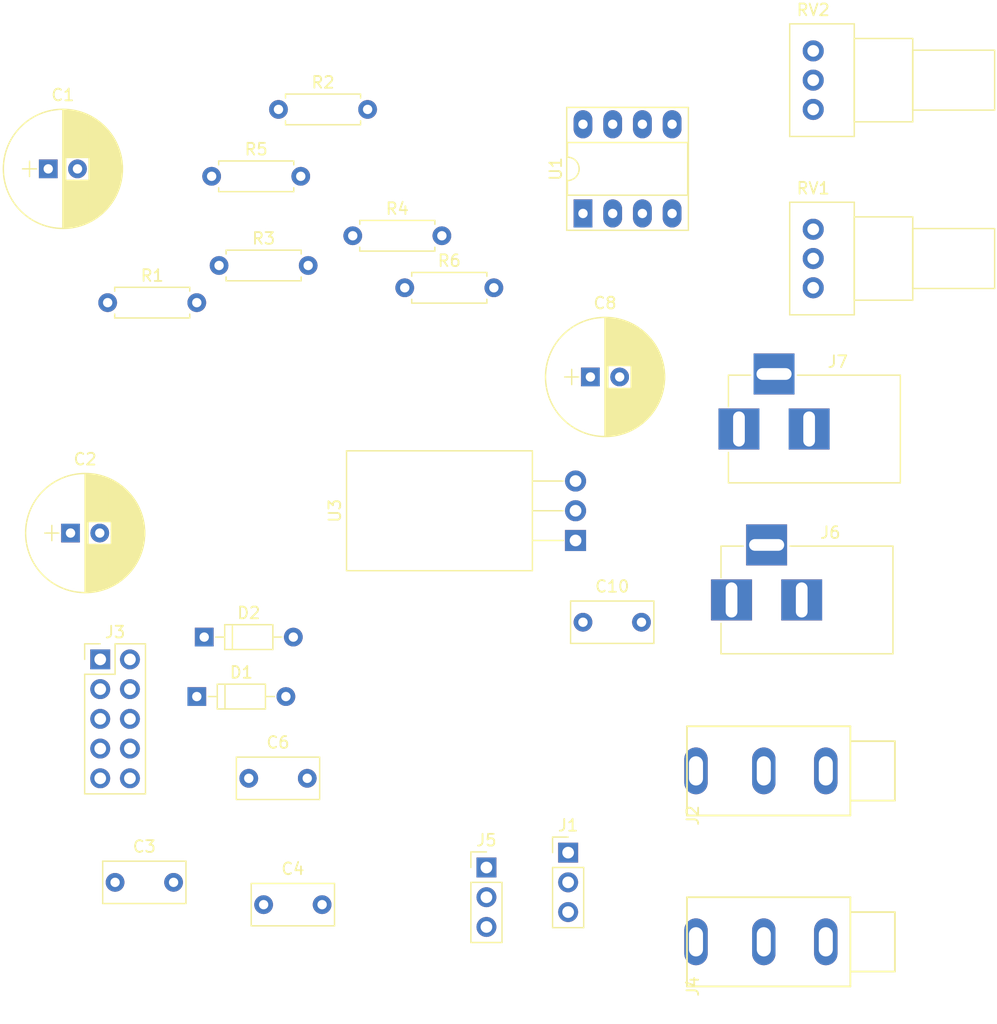
<source format=kicad_pcb>
(kicad_pcb (version 4) (host pcbnew 4.0.7)

  (general
    (links 57)
    (no_connects 57)
    (area 0 0 0 0)
    (thickness 1.6)
    (drawings 0)
    (tracks 0)
    (zones 0)
    (modules 26)
    (nets 13)
  )

  (page A4)
  (layers
    (0 F.Cu signal)
    (31 B.Cu signal)
    (32 B.Adhes user)
    (33 F.Adhes user)
    (34 B.Paste user)
    (35 F.Paste user)
    (36 B.SilkS user)
    (37 F.SilkS user)
    (38 B.Mask user)
    (39 F.Mask user)
    (40 Dwgs.User user)
    (41 Cmts.User user)
    (42 Eco1.User user)
    (43 Eco2.User user)
    (44 Edge.Cuts user)
    (45 Margin user)
    (46 B.CrtYd user)
    (47 F.CrtYd user)
    (48 B.Fab user)
    (49 F.Fab user)
  )

  (setup
    (last_trace_width 0.25)
    (trace_clearance 0.2)
    (zone_clearance 0.508)
    (zone_45_only no)
    (trace_min 0.2)
    (segment_width 0.2)
    (edge_width 0.15)
    (via_size 0.6)
    (via_drill 0.4)
    (via_min_size 0.4)
    (via_min_drill 0.3)
    (uvia_size 0.3)
    (uvia_drill 0.1)
    (uvias_allowed no)
    (uvia_min_size 0.2)
    (uvia_min_drill 0.1)
    (pcb_text_width 0.3)
    (pcb_text_size 1.5 1.5)
    (mod_edge_width 0.15)
    (mod_text_size 1 1)
    (mod_text_width 0.15)
    (pad_size 1.524 1.524)
    (pad_drill 0.762)
    (pad_to_mask_clearance 0.2)
    (aux_axis_origin 0 0)
    (visible_elements FFFFFF7F)
    (pcbplotparams
      (layerselection 0x00030_80000001)
      (usegerberextensions false)
      (excludeedgelayer true)
      (linewidth 0.100000)
      (plotframeref false)
      (viasonmask false)
      (mode 1)
      (useauxorigin false)
      (hpglpennumber 1)
      (hpglpenspeed 20)
      (hpglpendiameter 15)
      (hpglpenoverlay 2)
      (psnegative false)
      (psa4output false)
      (plotreference true)
      (plotvalue true)
      (plotinvisibletext false)
      (padsonsilk false)
      (subtractmaskfromsilk false)
      (outputformat 1)
      (mirror false)
      (drillshape 1)
      (scaleselection 1)
      (outputdirectory ""))
  )

  (net 0 "")
  (net 1 +12V)
  (net 2 GND)
  (net 3 -12V)
  (net 4 "Net-(C10-Pad1)")
  (net 5 "Net-(J1-Pad1)")
  (net 6 "Net-(J2-Pad1)")
  (net 7 "Net-(J4-Pad1)")
  (net 8 "Net-(J5-Pad1)")
  (net 9 "Net-(R1-Pad2)")
  (net 10 "Net-(R2-Pad2)")
  (net 11 "Net-(RV1-Pad2)")
  (net 12 "Net-(RV2-Pad2)")

  (net_class Default "This is the default net class."
    (clearance 0.2)
    (trace_width 0.25)
    (via_dia 0.6)
    (via_drill 0.4)
    (uvia_dia 0.3)
    (uvia_drill 0.1)
    (add_net +12V)
    (add_net -12V)
    (add_net GND)
    (add_net "Net-(C10-Pad1)")
    (add_net "Net-(J1-Pad1)")
    (add_net "Net-(J2-Pad1)")
    (add_net "Net-(J4-Pad1)")
    (add_net "Net-(J5-Pad1)")
    (add_net "Net-(R1-Pad2)")
    (add_net "Net-(R2-Pad2)")
    (add_net "Net-(RV1-Pad2)")
    (add_net "Net-(RV2-Pad2)")
  )

  (module Capacitors_THT:CP_Radial_D10.0mm_P2.50mm (layer F.Cu) (tedit 597BC7C2) (tstamp 5BA03139)
    (at 104.14 74.93)
    (descr "CP, Radial series, Radial, pin pitch=2.50mm, , diameter=10mm, Electrolytic Capacitor")
    (tags "CP Radial series Radial pin pitch 2.50mm  diameter 10mm Electrolytic Capacitor")
    (path /5B9D022E)
    (fp_text reference C1 (at 1.25 -6.31) (layer F.SilkS)
      (effects (font (size 1 1) (thickness 0.15)))
    )
    (fp_text value CP (at 1.25 6.31) (layer F.Fab)
      (effects (font (size 1 1) (thickness 0.15)))
    )
    (fp_circle (center 1.25 0) (end 6.25 0) (layer F.Fab) (width 0.1))
    (fp_circle (center 1.25 0) (end 6.34 0) (layer F.SilkS) (width 0.12))
    (fp_line (start -2.2 0) (end -1 0) (layer F.Fab) (width 0.1))
    (fp_line (start -1.6 -0.65) (end -1.6 0.65) (layer F.Fab) (width 0.1))
    (fp_line (start 1.25 -5.05) (end 1.25 5.05) (layer F.SilkS) (width 0.12))
    (fp_line (start 1.29 -5.05) (end 1.29 5.05) (layer F.SilkS) (width 0.12))
    (fp_line (start 1.33 -5.05) (end 1.33 5.05) (layer F.SilkS) (width 0.12))
    (fp_line (start 1.37 -5.049) (end 1.37 5.049) (layer F.SilkS) (width 0.12))
    (fp_line (start 1.41 -5.048) (end 1.41 5.048) (layer F.SilkS) (width 0.12))
    (fp_line (start 1.45 -5.047) (end 1.45 5.047) (layer F.SilkS) (width 0.12))
    (fp_line (start 1.49 -5.045) (end 1.49 5.045) (layer F.SilkS) (width 0.12))
    (fp_line (start 1.53 -5.043) (end 1.53 -0.98) (layer F.SilkS) (width 0.12))
    (fp_line (start 1.53 0.98) (end 1.53 5.043) (layer F.SilkS) (width 0.12))
    (fp_line (start 1.57 -5.04) (end 1.57 -0.98) (layer F.SilkS) (width 0.12))
    (fp_line (start 1.57 0.98) (end 1.57 5.04) (layer F.SilkS) (width 0.12))
    (fp_line (start 1.61 -5.038) (end 1.61 -0.98) (layer F.SilkS) (width 0.12))
    (fp_line (start 1.61 0.98) (end 1.61 5.038) (layer F.SilkS) (width 0.12))
    (fp_line (start 1.65 -5.035) (end 1.65 -0.98) (layer F.SilkS) (width 0.12))
    (fp_line (start 1.65 0.98) (end 1.65 5.035) (layer F.SilkS) (width 0.12))
    (fp_line (start 1.69 -5.031) (end 1.69 -0.98) (layer F.SilkS) (width 0.12))
    (fp_line (start 1.69 0.98) (end 1.69 5.031) (layer F.SilkS) (width 0.12))
    (fp_line (start 1.73 -5.028) (end 1.73 -0.98) (layer F.SilkS) (width 0.12))
    (fp_line (start 1.73 0.98) (end 1.73 5.028) (layer F.SilkS) (width 0.12))
    (fp_line (start 1.77 -5.024) (end 1.77 -0.98) (layer F.SilkS) (width 0.12))
    (fp_line (start 1.77 0.98) (end 1.77 5.024) (layer F.SilkS) (width 0.12))
    (fp_line (start 1.81 -5.02) (end 1.81 -0.98) (layer F.SilkS) (width 0.12))
    (fp_line (start 1.81 0.98) (end 1.81 5.02) (layer F.SilkS) (width 0.12))
    (fp_line (start 1.85 -5.015) (end 1.85 -0.98) (layer F.SilkS) (width 0.12))
    (fp_line (start 1.85 0.98) (end 1.85 5.015) (layer F.SilkS) (width 0.12))
    (fp_line (start 1.89 -5.01) (end 1.89 -0.98) (layer F.SilkS) (width 0.12))
    (fp_line (start 1.89 0.98) (end 1.89 5.01) (layer F.SilkS) (width 0.12))
    (fp_line (start 1.93 -5.005) (end 1.93 -0.98) (layer F.SilkS) (width 0.12))
    (fp_line (start 1.93 0.98) (end 1.93 5.005) (layer F.SilkS) (width 0.12))
    (fp_line (start 1.971 -4.999) (end 1.971 -0.98) (layer F.SilkS) (width 0.12))
    (fp_line (start 1.971 0.98) (end 1.971 4.999) (layer F.SilkS) (width 0.12))
    (fp_line (start 2.011 -4.993) (end 2.011 -0.98) (layer F.SilkS) (width 0.12))
    (fp_line (start 2.011 0.98) (end 2.011 4.993) (layer F.SilkS) (width 0.12))
    (fp_line (start 2.051 -4.987) (end 2.051 -0.98) (layer F.SilkS) (width 0.12))
    (fp_line (start 2.051 0.98) (end 2.051 4.987) (layer F.SilkS) (width 0.12))
    (fp_line (start 2.091 -4.981) (end 2.091 -0.98) (layer F.SilkS) (width 0.12))
    (fp_line (start 2.091 0.98) (end 2.091 4.981) (layer F.SilkS) (width 0.12))
    (fp_line (start 2.131 -4.974) (end 2.131 -0.98) (layer F.SilkS) (width 0.12))
    (fp_line (start 2.131 0.98) (end 2.131 4.974) (layer F.SilkS) (width 0.12))
    (fp_line (start 2.171 -4.967) (end 2.171 -0.98) (layer F.SilkS) (width 0.12))
    (fp_line (start 2.171 0.98) (end 2.171 4.967) (layer F.SilkS) (width 0.12))
    (fp_line (start 2.211 -4.959) (end 2.211 -0.98) (layer F.SilkS) (width 0.12))
    (fp_line (start 2.211 0.98) (end 2.211 4.959) (layer F.SilkS) (width 0.12))
    (fp_line (start 2.251 -4.951) (end 2.251 -0.98) (layer F.SilkS) (width 0.12))
    (fp_line (start 2.251 0.98) (end 2.251 4.951) (layer F.SilkS) (width 0.12))
    (fp_line (start 2.291 -4.943) (end 2.291 -0.98) (layer F.SilkS) (width 0.12))
    (fp_line (start 2.291 0.98) (end 2.291 4.943) (layer F.SilkS) (width 0.12))
    (fp_line (start 2.331 -4.935) (end 2.331 -0.98) (layer F.SilkS) (width 0.12))
    (fp_line (start 2.331 0.98) (end 2.331 4.935) (layer F.SilkS) (width 0.12))
    (fp_line (start 2.371 -4.926) (end 2.371 -0.98) (layer F.SilkS) (width 0.12))
    (fp_line (start 2.371 0.98) (end 2.371 4.926) (layer F.SilkS) (width 0.12))
    (fp_line (start 2.411 -4.917) (end 2.411 -0.98) (layer F.SilkS) (width 0.12))
    (fp_line (start 2.411 0.98) (end 2.411 4.917) (layer F.SilkS) (width 0.12))
    (fp_line (start 2.451 -4.907) (end 2.451 -0.98) (layer F.SilkS) (width 0.12))
    (fp_line (start 2.451 0.98) (end 2.451 4.907) (layer F.SilkS) (width 0.12))
    (fp_line (start 2.491 -4.897) (end 2.491 -0.98) (layer F.SilkS) (width 0.12))
    (fp_line (start 2.491 0.98) (end 2.491 4.897) (layer F.SilkS) (width 0.12))
    (fp_line (start 2.531 -4.887) (end 2.531 -0.98) (layer F.SilkS) (width 0.12))
    (fp_line (start 2.531 0.98) (end 2.531 4.887) (layer F.SilkS) (width 0.12))
    (fp_line (start 2.571 -4.876) (end 2.571 -0.98) (layer F.SilkS) (width 0.12))
    (fp_line (start 2.571 0.98) (end 2.571 4.876) (layer F.SilkS) (width 0.12))
    (fp_line (start 2.611 -4.865) (end 2.611 -0.98) (layer F.SilkS) (width 0.12))
    (fp_line (start 2.611 0.98) (end 2.611 4.865) (layer F.SilkS) (width 0.12))
    (fp_line (start 2.651 -4.854) (end 2.651 -0.98) (layer F.SilkS) (width 0.12))
    (fp_line (start 2.651 0.98) (end 2.651 4.854) (layer F.SilkS) (width 0.12))
    (fp_line (start 2.691 -4.843) (end 2.691 -0.98) (layer F.SilkS) (width 0.12))
    (fp_line (start 2.691 0.98) (end 2.691 4.843) (layer F.SilkS) (width 0.12))
    (fp_line (start 2.731 -4.831) (end 2.731 -0.98) (layer F.SilkS) (width 0.12))
    (fp_line (start 2.731 0.98) (end 2.731 4.831) (layer F.SilkS) (width 0.12))
    (fp_line (start 2.771 -4.818) (end 2.771 -0.98) (layer F.SilkS) (width 0.12))
    (fp_line (start 2.771 0.98) (end 2.771 4.818) (layer F.SilkS) (width 0.12))
    (fp_line (start 2.811 -4.806) (end 2.811 -0.98) (layer F.SilkS) (width 0.12))
    (fp_line (start 2.811 0.98) (end 2.811 4.806) (layer F.SilkS) (width 0.12))
    (fp_line (start 2.851 -4.792) (end 2.851 -0.98) (layer F.SilkS) (width 0.12))
    (fp_line (start 2.851 0.98) (end 2.851 4.792) (layer F.SilkS) (width 0.12))
    (fp_line (start 2.891 -4.779) (end 2.891 -0.98) (layer F.SilkS) (width 0.12))
    (fp_line (start 2.891 0.98) (end 2.891 4.779) (layer F.SilkS) (width 0.12))
    (fp_line (start 2.931 -4.765) (end 2.931 -0.98) (layer F.SilkS) (width 0.12))
    (fp_line (start 2.931 0.98) (end 2.931 4.765) (layer F.SilkS) (width 0.12))
    (fp_line (start 2.971 -4.751) (end 2.971 -0.98) (layer F.SilkS) (width 0.12))
    (fp_line (start 2.971 0.98) (end 2.971 4.751) (layer F.SilkS) (width 0.12))
    (fp_line (start 3.011 -4.737) (end 3.011 -0.98) (layer F.SilkS) (width 0.12))
    (fp_line (start 3.011 0.98) (end 3.011 4.737) (layer F.SilkS) (width 0.12))
    (fp_line (start 3.051 -4.722) (end 3.051 -0.98) (layer F.SilkS) (width 0.12))
    (fp_line (start 3.051 0.98) (end 3.051 4.722) (layer F.SilkS) (width 0.12))
    (fp_line (start 3.091 -4.706) (end 3.091 -0.98) (layer F.SilkS) (width 0.12))
    (fp_line (start 3.091 0.98) (end 3.091 4.706) (layer F.SilkS) (width 0.12))
    (fp_line (start 3.131 -4.691) (end 3.131 -0.98) (layer F.SilkS) (width 0.12))
    (fp_line (start 3.131 0.98) (end 3.131 4.691) (layer F.SilkS) (width 0.12))
    (fp_line (start 3.171 -4.674) (end 3.171 -0.98) (layer F.SilkS) (width 0.12))
    (fp_line (start 3.171 0.98) (end 3.171 4.674) (layer F.SilkS) (width 0.12))
    (fp_line (start 3.211 -4.658) (end 3.211 -0.98) (layer F.SilkS) (width 0.12))
    (fp_line (start 3.211 0.98) (end 3.211 4.658) (layer F.SilkS) (width 0.12))
    (fp_line (start 3.251 -4.641) (end 3.251 -0.98) (layer F.SilkS) (width 0.12))
    (fp_line (start 3.251 0.98) (end 3.251 4.641) (layer F.SilkS) (width 0.12))
    (fp_line (start 3.291 -4.624) (end 3.291 -0.98) (layer F.SilkS) (width 0.12))
    (fp_line (start 3.291 0.98) (end 3.291 4.624) (layer F.SilkS) (width 0.12))
    (fp_line (start 3.331 -4.606) (end 3.331 -0.98) (layer F.SilkS) (width 0.12))
    (fp_line (start 3.331 0.98) (end 3.331 4.606) (layer F.SilkS) (width 0.12))
    (fp_line (start 3.371 -4.588) (end 3.371 -0.98) (layer F.SilkS) (width 0.12))
    (fp_line (start 3.371 0.98) (end 3.371 4.588) (layer F.SilkS) (width 0.12))
    (fp_line (start 3.411 -4.569) (end 3.411 -0.98) (layer F.SilkS) (width 0.12))
    (fp_line (start 3.411 0.98) (end 3.411 4.569) (layer F.SilkS) (width 0.12))
    (fp_line (start 3.451 -4.55) (end 3.451 -0.98) (layer F.SilkS) (width 0.12))
    (fp_line (start 3.451 0.98) (end 3.451 4.55) (layer F.SilkS) (width 0.12))
    (fp_line (start 3.491 -4.531) (end 3.491 4.531) (layer F.SilkS) (width 0.12))
    (fp_line (start 3.531 -4.511) (end 3.531 4.511) (layer F.SilkS) (width 0.12))
    (fp_line (start 3.571 -4.491) (end 3.571 4.491) (layer F.SilkS) (width 0.12))
    (fp_line (start 3.611 -4.47) (end 3.611 4.47) (layer F.SilkS) (width 0.12))
    (fp_line (start 3.651 -4.449) (end 3.651 4.449) (layer F.SilkS) (width 0.12))
    (fp_line (start 3.691 -4.428) (end 3.691 4.428) (layer F.SilkS) (width 0.12))
    (fp_line (start 3.731 -4.405) (end 3.731 4.405) (layer F.SilkS) (width 0.12))
    (fp_line (start 3.771 -4.383) (end 3.771 4.383) (layer F.SilkS) (width 0.12))
    (fp_line (start 3.811 -4.36) (end 3.811 4.36) (layer F.SilkS) (width 0.12))
    (fp_line (start 3.851 -4.336) (end 3.851 4.336) (layer F.SilkS) (width 0.12))
    (fp_line (start 3.891 -4.312) (end 3.891 4.312) (layer F.SilkS) (width 0.12))
    (fp_line (start 3.931 -4.288) (end 3.931 4.288) (layer F.SilkS) (width 0.12))
    (fp_line (start 3.971 -4.263) (end 3.971 4.263) (layer F.SilkS) (width 0.12))
    (fp_line (start 4.011 -4.237) (end 4.011 4.237) (layer F.SilkS) (width 0.12))
    (fp_line (start 4.051 -4.211) (end 4.051 4.211) (layer F.SilkS) (width 0.12))
    (fp_line (start 4.091 -4.185) (end 4.091 4.185) (layer F.SilkS) (width 0.12))
    (fp_line (start 4.131 -4.157) (end 4.131 4.157) (layer F.SilkS) (width 0.12))
    (fp_line (start 4.171 -4.13) (end 4.171 4.13) (layer F.SilkS) (width 0.12))
    (fp_line (start 4.211 -4.101) (end 4.211 4.101) (layer F.SilkS) (width 0.12))
    (fp_line (start 4.251 -4.072) (end 4.251 4.072) (layer F.SilkS) (width 0.12))
    (fp_line (start 4.291 -4.043) (end 4.291 4.043) (layer F.SilkS) (width 0.12))
    (fp_line (start 4.331 -4.013) (end 4.331 4.013) (layer F.SilkS) (width 0.12))
    (fp_line (start 4.371 -3.982) (end 4.371 3.982) (layer F.SilkS) (width 0.12))
    (fp_line (start 4.411 -3.951) (end 4.411 3.951) (layer F.SilkS) (width 0.12))
    (fp_line (start 4.451 -3.919) (end 4.451 3.919) (layer F.SilkS) (width 0.12))
    (fp_line (start 4.491 -3.886) (end 4.491 3.886) (layer F.SilkS) (width 0.12))
    (fp_line (start 4.531 -3.853) (end 4.531 3.853) (layer F.SilkS) (width 0.12))
    (fp_line (start 4.571 -3.819) (end 4.571 3.819) (layer F.SilkS) (width 0.12))
    (fp_line (start 4.611 -3.784) (end 4.611 3.784) (layer F.SilkS) (width 0.12))
    (fp_line (start 4.651 -3.748) (end 4.651 3.748) (layer F.SilkS) (width 0.12))
    (fp_line (start 4.691 -3.712) (end 4.691 3.712) (layer F.SilkS) (width 0.12))
    (fp_line (start 4.731 -3.675) (end 4.731 3.675) (layer F.SilkS) (width 0.12))
    (fp_line (start 4.771 -3.637) (end 4.771 3.637) (layer F.SilkS) (width 0.12))
    (fp_line (start 4.811 -3.598) (end 4.811 3.598) (layer F.SilkS) (width 0.12))
    (fp_line (start 4.851 -3.559) (end 4.851 3.559) (layer F.SilkS) (width 0.12))
    (fp_line (start 4.891 -3.518) (end 4.891 3.518) (layer F.SilkS) (width 0.12))
    (fp_line (start 4.931 -3.477) (end 4.931 3.477) (layer F.SilkS) (width 0.12))
    (fp_line (start 4.971 -3.435) (end 4.971 3.435) (layer F.SilkS) (width 0.12))
    (fp_line (start 5.011 -3.391) (end 5.011 3.391) (layer F.SilkS) (width 0.12))
    (fp_line (start 5.051 -3.347) (end 5.051 3.347) (layer F.SilkS) (width 0.12))
    (fp_line (start 5.091 -3.302) (end 5.091 3.302) (layer F.SilkS) (width 0.12))
    (fp_line (start 5.131 -3.255) (end 5.131 3.255) (layer F.SilkS) (width 0.12))
    (fp_line (start 5.171 -3.207) (end 5.171 3.207) (layer F.SilkS) (width 0.12))
    (fp_line (start 5.211 -3.158) (end 5.211 3.158) (layer F.SilkS) (width 0.12))
    (fp_line (start 5.251 -3.108) (end 5.251 3.108) (layer F.SilkS) (width 0.12))
    (fp_line (start 5.291 -3.057) (end 5.291 3.057) (layer F.SilkS) (width 0.12))
    (fp_line (start 5.331 -3.004) (end 5.331 3.004) (layer F.SilkS) (width 0.12))
    (fp_line (start 5.371 -2.949) (end 5.371 2.949) (layer F.SilkS) (width 0.12))
    (fp_line (start 5.411 -2.894) (end 5.411 2.894) (layer F.SilkS) (width 0.12))
    (fp_line (start 5.451 -2.836) (end 5.451 2.836) (layer F.SilkS) (width 0.12))
    (fp_line (start 5.491 -2.777) (end 5.491 2.777) (layer F.SilkS) (width 0.12))
    (fp_line (start 5.531 -2.715) (end 5.531 2.715) (layer F.SilkS) (width 0.12))
    (fp_line (start 5.571 -2.652) (end 5.571 2.652) (layer F.SilkS) (width 0.12))
    (fp_line (start 5.611 -2.587) (end 5.611 2.587) (layer F.SilkS) (width 0.12))
    (fp_line (start 5.651 -2.519) (end 5.651 2.519) (layer F.SilkS) (width 0.12))
    (fp_line (start 5.691 -2.449) (end 5.691 2.449) (layer F.SilkS) (width 0.12))
    (fp_line (start 5.731 -2.377) (end 5.731 2.377) (layer F.SilkS) (width 0.12))
    (fp_line (start 5.771 -2.301) (end 5.771 2.301) (layer F.SilkS) (width 0.12))
    (fp_line (start 5.811 -2.222) (end 5.811 2.222) (layer F.SilkS) (width 0.12))
    (fp_line (start 5.851 -2.14) (end 5.851 2.14) (layer F.SilkS) (width 0.12))
    (fp_line (start 5.891 -2.053) (end 5.891 2.053) (layer F.SilkS) (width 0.12))
    (fp_line (start 5.931 -1.962) (end 5.931 1.962) (layer F.SilkS) (width 0.12))
    (fp_line (start 5.971 -1.866) (end 5.971 1.866) (layer F.SilkS) (width 0.12))
    (fp_line (start 6.011 -1.763) (end 6.011 1.763) (layer F.SilkS) (width 0.12))
    (fp_line (start 6.051 -1.654) (end 6.051 1.654) (layer F.SilkS) (width 0.12))
    (fp_line (start 6.091 -1.536) (end 6.091 1.536) (layer F.SilkS) (width 0.12))
    (fp_line (start 6.131 -1.407) (end 6.131 1.407) (layer F.SilkS) (width 0.12))
    (fp_line (start 6.171 -1.265) (end 6.171 1.265) (layer F.SilkS) (width 0.12))
    (fp_line (start 6.211 -1.104) (end 6.211 1.104) (layer F.SilkS) (width 0.12))
    (fp_line (start 6.251 -0.913) (end 6.251 0.913) (layer F.SilkS) (width 0.12))
    (fp_line (start 6.291 -0.672) (end 6.291 0.672) (layer F.SilkS) (width 0.12))
    (fp_line (start 6.331 -0.279) (end 6.331 0.279) (layer F.SilkS) (width 0.12))
    (fp_line (start -2.2 0) (end -1 0) (layer F.SilkS) (width 0.12))
    (fp_line (start -1.6 -0.65) (end -1.6 0.65) (layer F.SilkS) (width 0.12))
    (fp_line (start -4.1 -5.35) (end -4.1 5.35) (layer F.CrtYd) (width 0.05))
    (fp_line (start -4.1 5.35) (end 6.6 5.35) (layer F.CrtYd) (width 0.05))
    (fp_line (start 6.6 5.35) (end 6.6 -5.35) (layer F.CrtYd) (width 0.05))
    (fp_line (start 6.6 -5.35) (end -4.1 -5.35) (layer F.CrtYd) (width 0.05))
    (fp_text user %R (at 1.25 0) (layer F.Fab)
      (effects (font (size 1 1) (thickness 0.15)))
    )
    (pad 1 thru_hole rect (at 0 0) (size 1.6 1.6) (drill 0.8) (layers *.Cu *.Mask)
      (net 1 +12V))
    (pad 2 thru_hole circle (at 2.5 0) (size 1.6 1.6) (drill 0.8) (layers *.Cu *.Mask)
      (net 2 GND))
    (model ${KISYS3DMOD}/Capacitors_THT.3dshapes/CP_Radial_D10.0mm_P2.50mm.wrl
      (at (xyz 0 0 0))
      (scale (xyz 1 1 1))
      (rotate (xyz 0 0 0))
    )
  )

  (module Capacitors_THT:CP_Radial_D10.0mm_P2.50mm (layer F.Cu) (tedit 597BC7C2) (tstamp 5BA0313F)
    (at 106.045 106.045)
    (descr "CP, Radial series, Radial, pin pitch=2.50mm, , diameter=10mm, Electrolytic Capacitor")
    (tags "CP Radial series Radial pin pitch 2.50mm  diameter 10mm Electrolytic Capacitor")
    (path /5B9D02B1)
    (fp_text reference C2 (at 1.25 -6.31) (layer F.SilkS)
      (effects (font (size 1 1) (thickness 0.15)))
    )
    (fp_text value CP (at 1.25 6.31) (layer F.Fab)
      (effects (font (size 1 1) (thickness 0.15)))
    )
    (fp_circle (center 1.25 0) (end 6.25 0) (layer F.Fab) (width 0.1))
    (fp_circle (center 1.25 0) (end 6.34 0) (layer F.SilkS) (width 0.12))
    (fp_line (start -2.2 0) (end -1 0) (layer F.Fab) (width 0.1))
    (fp_line (start -1.6 -0.65) (end -1.6 0.65) (layer F.Fab) (width 0.1))
    (fp_line (start 1.25 -5.05) (end 1.25 5.05) (layer F.SilkS) (width 0.12))
    (fp_line (start 1.29 -5.05) (end 1.29 5.05) (layer F.SilkS) (width 0.12))
    (fp_line (start 1.33 -5.05) (end 1.33 5.05) (layer F.SilkS) (width 0.12))
    (fp_line (start 1.37 -5.049) (end 1.37 5.049) (layer F.SilkS) (width 0.12))
    (fp_line (start 1.41 -5.048) (end 1.41 5.048) (layer F.SilkS) (width 0.12))
    (fp_line (start 1.45 -5.047) (end 1.45 5.047) (layer F.SilkS) (width 0.12))
    (fp_line (start 1.49 -5.045) (end 1.49 5.045) (layer F.SilkS) (width 0.12))
    (fp_line (start 1.53 -5.043) (end 1.53 -0.98) (layer F.SilkS) (width 0.12))
    (fp_line (start 1.53 0.98) (end 1.53 5.043) (layer F.SilkS) (width 0.12))
    (fp_line (start 1.57 -5.04) (end 1.57 -0.98) (layer F.SilkS) (width 0.12))
    (fp_line (start 1.57 0.98) (end 1.57 5.04) (layer F.SilkS) (width 0.12))
    (fp_line (start 1.61 -5.038) (end 1.61 -0.98) (layer F.SilkS) (width 0.12))
    (fp_line (start 1.61 0.98) (end 1.61 5.038) (layer F.SilkS) (width 0.12))
    (fp_line (start 1.65 -5.035) (end 1.65 -0.98) (layer F.SilkS) (width 0.12))
    (fp_line (start 1.65 0.98) (end 1.65 5.035) (layer F.SilkS) (width 0.12))
    (fp_line (start 1.69 -5.031) (end 1.69 -0.98) (layer F.SilkS) (width 0.12))
    (fp_line (start 1.69 0.98) (end 1.69 5.031) (layer F.SilkS) (width 0.12))
    (fp_line (start 1.73 -5.028) (end 1.73 -0.98) (layer F.SilkS) (width 0.12))
    (fp_line (start 1.73 0.98) (end 1.73 5.028) (layer F.SilkS) (width 0.12))
    (fp_line (start 1.77 -5.024) (end 1.77 -0.98) (layer F.SilkS) (width 0.12))
    (fp_line (start 1.77 0.98) (end 1.77 5.024) (layer F.SilkS) (width 0.12))
    (fp_line (start 1.81 -5.02) (end 1.81 -0.98) (layer F.SilkS) (width 0.12))
    (fp_line (start 1.81 0.98) (end 1.81 5.02) (layer F.SilkS) (width 0.12))
    (fp_line (start 1.85 -5.015) (end 1.85 -0.98) (layer F.SilkS) (width 0.12))
    (fp_line (start 1.85 0.98) (end 1.85 5.015) (layer F.SilkS) (width 0.12))
    (fp_line (start 1.89 -5.01) (end 1.89 -0.98) (layer F.SilkS) (width 0.12))
    (fp_line (start 1.89 0.98) (end 1.89 5.01) (layer F.SilkS) (width 0.12))
    (fp_line (start 1.93 -5.005) (end 1.93 -0.98) (layer F.SilkS) (width 0.12))
    (fp_line (start 1.93 0.98) (end 1.93 5.005) (layer F.SilkS) (width 0.12))
    (fp_line (start 1.971 -4.999) (end 1.971 -0.98) (layer F.SilkS) (width 0.12))
    (fp_line (start 1.971 0.98) (end 1.971 4.999) (layer F.SilkS) (width 0.12))
    (fp_line (start 2.011 -4.993) (end 2.011 -0.98) (layer F.SilkS) (width 0.12))
    (fp_line (start 2.011 0.98) (end 2.011 4.993) (layer F.SilkS) (width 0.12))
    (fp_line (start 2.051 -4.987) (end 2.051 -0.98) (layer F.SilkS) (width 0.12))
    (fp_line (start 2.051 0.98) (end 2.051 4.987) (layer F.SilkS) (width 0.12))
    (fp_line (start 2.091 -4.981) (end 2.091 -0.98) (layer F.SilkS) (width 0.12))
    (fp_line (start 2.091 0.98) (end 2.091 4.981) (layer F.SilkS) (width 0.12))
    (fp_line (start 2.131 -4.974) (end 2.131 -0.98) (layer F.SilkS) (width 0.12))
    (fp_line (start 2.131 0.98) (end 2.131 4.974) (layer F.SilkS) (width 0.12))
    (fp_line (start 2.171 -4.967) (end 2.171 -0.98) (layer F.SilkS) (width 0.12))
    (fp_line (start 2.171 0.98) (end 2.171 4.967) (layer F.SilkS) (width 0.12))
    (fp_line (start 2.211 -4.959) (end 2.211 -0.98) (layer F.SilkS) (width 0.12))
    (fp_line (start 2.211 0.98) (end 2.211 4.959) (layer F.SilkS) (width 0.12))
    (fp_line (start 2.251 -4.951) (end 2.251 -0.98) (layer F.SilkS) (width 0.12))
    (fp_line (start 2.251 0.98) (end 2.251 4.951) (layer F.SilkS) (width 0.12))
    (fp_line (start 2.291 -4.943) (end 2.291 -0.98) (layer F.SilkS) (width 0.12))
    (fp_line (start 2.291 0.98) (end 2.291 4.943) (layer F.SilkS) (width 0.12))
    (fp_line (start 2.331 -4.935) (end 2.331 -0.98) (layer F.SilkS) (width 0.12))
    (fp_line (start 2.331 0.98) (end 2.331 4.935) (layer F.SilkS) (width 0.12))
    (fp_line (start 2.371 -4.926) (end 2.371 -0.98) (layer F.SilkS) (width 0.12))
    (fp_line (start 2.371 0.98) (end 2.371 4.926) (layer F.SilkS) (width 0.12))
    (fp_line (start 2.411 -4.917) (end 2.411 -0.98) (layer F.SilkS) (width 0.12))
    (fp_line (start 2.411 0.98) (end 2.411 4.917) (layer F.SilkS) (width 0.12))
    (fp_line (start 2.451 -4.907) (end 2.451 -0.98) (layer F.SilkS) (width 0.12))
    (fp_line (start 2.451 0.98) (end 2.451 4.907) (layer F.SilkS) (width 0.12))
    (fp_line (start 2.491 -4.897) (end 2.491 -0.98) (layer F.SilkS) (width 0.12))
    (fp_line (start 2.491 0.98) (end 2.491 4.897) (layer F.SilkS) (width 0.12))
    (fp_line (start 2.531 -4.887) (end 2.531 -0.98) (layer F.SilkS) (width 0.12))
    (fp_line (start 2.531 0.98) (end 2.531 4.887) (layer F.SilkS) (width 0.12))
    (fp_line (start 2.571 -4.876) (end 2.571 -0.98) (layer F.SilkS) (width 0.12))
    (fp_line (start 2.571 0.98) (end 2.571 4.876) (layer F.SilkS) (width 0.12))
    (fp_line (start 2.611 -4.865) (end 2.611 -0.98) (layer F.SilkS) (width 0.12))
    (fp_line (start 2.611 0.98) (end 2.611 4.865) (layer F.SilkS) (width 0.12))
    (fp_line (start 2.651 -4.854) (end 2.651 -0.98) (layer F.SilkS) (width 0.12))
    (fp_line (start 2.651 0.98) (end 2.651 4.854) (layer F.SilkS) (width 0.12))
    (fp_line (start 2.691 -4.843) (end 2.691 -0.98) (layer F.SilkS) (width 0.12))
    (fp_line (start 2.691 0.98) (end 2.691 4.843) (layer F.SilkS) (width 0.12))
    (fp_line (start 2.731 -4.831) (end 2.731 -0.98) (layer F.SilkS) (width 0.12))
    (fp_line (start 2.731 0.98) (end 2.731 4.831) (layer F.SilkS) (width 0.12))
    (fp_line (start 2.771 -4.818) (end 2.771 -0.98) (layer F.SilkS) (width 0.12))
    (fp_line (start 2.771 0.98) (end 2.771 4.818) (layer F.SilkS) (width 0.12))
    (fp_line (start 2.811 -4.806) (end 2.811 -0.98) (layer F.SilkS) (width 0.12))
    (fp_line (start 2.811 0.98) (end 2.811 4.806) (layer F.SilkS) (width 0.12))
    (fp_line (start 2.851 -4.792) (end 2.851 -0.98) (layer F.SilkS) (width 0.12))
    (fp_line (start 2.851 0.98) (end 2.851 4.792) (layer F.SilkS) (width 0.12))
    (fp_line (start 2.891 -4.779) (end 2.891 -0.98) (layer F.SilkS) (width 0.12))
    (fp_line (start 2.891 0.98) (end 2.891 4.779) (layer F.SilkS) (width 0.12))
    (fp_line (start 2.931 -4.765) (end 2.931 -0.98) (layer F.SilkS) (width 0.12))
    (fp_line (start 2.931 0.98) (end 2.931 4.765) (layer F.SilkS) (width 0.12))
    (fp_line (start 2.971 -4.751) (end 2.971 -0.98) (layer F.SilkS) (width 0.12))
    (fp_line (start 2.971 0.98) (end 2.971 4.751) (layer F.SilkS) (width 0.12))
    (fp_line (start 3.011 -4.737) (end 3.011 -0.98) (layer F.SilkS) (width 0.12))
    (fp_line (start 3.011 0.98) (end 3.011 4.737) (layer F.SilkS) (width 0.12))
    (fp_line (start 3.051 -4.722) (end 3.051 -0.98) (layer F.SilkS) (width 0.12))
    (fp_line (start 3.051 0.98) (end 3.051 4.722) (layer F.SilkS) (width 0.12))
    (fp_line (start 3.091 -4.706) (end 3.091 -0.98) (layer F.SilkS) (width 0.12))
    (fp_line (start 3.091 0.98) (end 3.091 4.706) (layer F.SilkS) (width 0.12))
    (fp_line (start 3.131 -4.691) (end 3.131 -0.98) (layer F.SilkS) (width 0.12))
    (fp_line (start 3.131 0.98) (end 3.131 4.691) (layer F.SilkS) (width 0.12))
    (fp_line (start 3.171 -4.674) (end 3.171 -0.98) (layer F.SilkS) (width 0.12))
    (fp_line (start 3.171 0.98) (end 3.171 4.674) (layer F.SilkS) (width 0.12))
    (fp_line (start 3.211 -4.658) (end 3.211 -0.98) (layer F.SilkS) (width 0.12))
    (fp_line (start 3.211 0.98) (end 3.211 4.658) (layer F.SilkS) (width 0.12))
    (fp_line (start 3.251 -4.641) (end 3.251 -0.98) (layer F.SilkS) (width 0.12))
    (fp_line (start 3.251 0.98) (end 3.251 4.641) (layer F.SilkS) (width 0.12))
    (fp_line (start 3.291 -4.624) (end 3.291 -0.98) (layer F.SilkS) (width 0.12))
    (fp_line (start 3.291 0.98) (end 3.291 4.624) (layer F.SilkS) (width 0.12))
    (fp_line (start 3.331 -4.606) (end 3.331 -0.98) (layer F.SilkS) (width 0.12))
    (fp_line (start 3.331 0.98) (end 3.331 4.606) (layer F.SilkS) (width 0.12))
    (fp_line (start 3.371 -4.588) (end 3.371 -0.98) (layer F.SilkS) (width 0.12))
    (fp_line (start 3.371 0.98) (end 3.371 4.588) (layer F.SilkS) (width 0.12))
    (fp_line (start 3.411 -4.569) (end 3.411 -0.98) (layer F.SilkS) (width 0.12))
    (fp_line (start 3.411 0.98) (end 3.411 4.569) (layer F.SilkS) (width 0.12))
    (fp_line (start 3.451 -4.55) (end 3.451 -0.98) (layer F.SilkS) (width 0.12))
    (fp_line (start 3.451 0.98) (end 3.451 4.55) (layer F.SilkS) (width 0.12))
    (fp_line (start 3.491 -4.531) (end 3.491 4.531) (layer F.SilkS) (width 0.12))
    (fp_line (start 3.531 -4.511) (end 3.531 4.511) (layer F.SilkS) (width 0.12))
    (fp_line (start 3.571 -4.491) (end 3.571 4.491) (layer F.SilkS) (width 0.12))
    (fp_line (start 3.611 -4.47) (end 3.611 4.47) (layer F.SilkS) (width 0.12))
    (fp_line (start 3.651 -4.449) (end 3.651 4.449) (layer F.SilkS) (width 0.12))
    (fp_line (start 3.691 -4.428) (end 3.691 4.428) (layer F.SilkS) (width 0.12))
    (fp_line (start 3.731 -4.405) (end 3.731 4.405) (layer F.SilkS) (width 0.12))
    (fp_line (start 3.771 -4.383) (end 3.771 4.383) (layer F.SilkS) (width 0.12))
    (fp_line (start 3.811 -4.36) (end 3.811 4.36) (layer F.SilkS) (width 0.12))
    (fp_line (start 3.851 -4.336) (end 3.851 4.336) (layer F.SilkS) (width 0.12))
    (fp_line (start 3.891 -4.312) (end 3.891 4.312) (layer F.SilkS) (width 0.12))
    (fp_line (start 3.931 -4.288) (end 3.931 4.288) (layer F.SilkS) (width 0.12))
    (fp_line (start 3.971 -4.263) (end 3.971 4.263) (layer F.SilkS) (width 0.12))
    (fp_line (start 4.011 -4.237) (end 4.011 4.237) (layer F.SilkS) (width 0.12))
    (fp_line (start 4.051 -4.211) (end 4.051 4.211) (layer F.SilkS) (width 0.12))
    (fp_line (start 4.091 -4.185) (end 4.091 4.185) (layer F.SilkS) (width 0.12))
    (fp_line (start 4.131 -4.157) (end 4.131 4.157) (layer F.SilkS) (width 0.12))
    (fp_line (start 4.171 -4.13) (end 4.171 4.13) (layer F.SilkS) (width 0.12))
    (fp_line (start 4.211 -4.101) (end 4.211 4.101) (layer F.SilkS) (width 0.12))
    (fp_line (start 4.251 -4.072) (end 4.251 4.072) (layer F.SilkS) (width 0.12))
    (fp_line (start 4.291 -4.043) (end 4.291 4.043) (layer F.SilkS) (width 0.12))
    (fp_line (start 4.331 -4.013) (end 4.331 4.013) (layer F.SilkS) (width 0.12))
    (fp_line (start 4.371 -3.982) (end 4.371 3.982) (layer F.SilkS) (width 0.12))
    (fp_line (start 4.411 -3.951) (end 4.411 3.951) (layer F.SilkS) (width 0.12))
    (fp_line (start 4.451 -3.919) (end 4.451 3.919) (layer F.SilkS) (width 0.12))
    (fp_line (start 4.491 -3.886) (end 4.491 3.886) (layer F.SilkS) (width 0.12))
    (fp_line (start 4.531 -3.853) (end 4.531 3.853) (layer F.SilkS) (width 0.12))
    (fp_line (start 4.571 -3.819) (end 4.571 3.819) (layer F.SilkS) (width 0.12))
    (fp_line (start 4.611 -3.784) (end 4.611 3.784) (layer F.SilkS) (width 0.12))
    (fp_line (start 4.651 -3.748) (end 4.651 3.748) (layer F.SilkS) (width 0.12))
    (fp_line (start 4.691 -3.712) (end 4.691 3.712) (layer F.SilkS) (width 0.12))
    (fp_line (start 4.731 -3.675) (end 4.731 3.675) (layer F.SilkS) (width 0.12))
    (fp_line (start 4.771 -3.637) (end 4.771 3.637) (layer F.SilkS) (width 0.12))
    (fp_line (start 4.811 -3.598) (end 4.811 3.598) (layer F.SilkS) (width 0.12))
    (fp_line (start 4.851 -3.559) (end 4.851 3.559) (layer F.SilkS) (width 0.12))
    (fp_line (start 4.891 -3.518) (end 4.891 3.518) (layer F.SilkS) (width 0.12))
    (fp_line (start 4.931 -3.477) (end 4.931 3.477) (layer F.SilkS) (width 0.12))
    (fp_line (start 4.971 -3.435) (end 4.971 3.435) (layer F.SilkS) (width 0.12))
    (fp_line (start 5.011 -3.391) (end 5.011 3.391) (layer F.SilkS) (width 0.12))
    (fp_line (start 5.051 -3.347) (end 5.051 3.347) (layer F.SilkS) (width 0.12))
    (fp_line (start 5.091 -3.302) (end 5.091 3.302) (layer F.SilkS) (width 0.12))
    (fp_line (start 5.131 -3.255) (end 5.131 3.255) (layer F.SilkS) (width 0.12))
    (fp_line (start 5.171 -3.207) (end 5.171 3.207) (layer F.SilkS) (width 0.12))
    (fp_line (start 5.211 -3.158) (end 5.211 3.158) (layer F.SilkS) (width 0.12))
    (fp_line (start 5.251 -3.108) (end 5.251 3.108) (layer F.SilkS) (width 0.12))
    (fp_line (start 5.291 -3.057) (end 5.291 3.057) (layer F.SilkS) (width 0.12))
    (fp_line (start 5.331 -3.004) (end 5.331 3.004) (layer F.SilkS) (width 0.12))
    (fp_line (start 5.371 -2.949) (end 5.371 2.949) (layer F.SilkS) (width 0.12))
    (fp_line (start 5.411 -2.894) (end 5.411 2.894) (layer F.SilkS) (width 0.12))
    (fp_line (start 5.451 -2.836) (end 5.451 2.836) (layer F.SilkS) (width 0.12))
    (fp_line (start 5.491 -2.777) (end 5.491 2.777) (layer F.SilkS) (width 0.12))
    (fp_line (start 5.531 -2.715) (end 5.531 2.715) (layer F.SilkS) (width 0.12))
    (fp_line (start 5.571 -2.652) (end 5.571 2.652) (layer F.SilkS) (width 0.12))
    (fp_line (start 5.611 -2.587) (end 5.611 2.587) (layer F.SilkS) (width 0.12))
    (fp_line (start 5.651 -2.519) (end 5.651 2.519) (layer F.SilkS) (width 0.12))
    (fp_line (start 5.691 -2.449) (end 5.691 2.449) (layer F.SilkS) (width 0.12))
    (fp_line (start 5.731 -2.377) (end 5.731 2.377) (layer F.SilkS) (width 0.12))
    (fp_line (start 5.771 -2.301) (end 5.771 2.301) (layer F.SilkS) (width 0.12))
    (fp_line (start 5.811 -2.222) (end 5.811 2.222) (layer F.SilkS) (width 0.12))
    (fp_line (start 5.851 -2.14) (end 5.851 2.14) (layer F.SilkS) (width 0.12))
    (fp_line (start 5.891 -2.053) (end 5.891 2.053) (layer F.SilkS) (width 0.12))
    (fp_line (start 5.931 -1.962) (end 5.931 1.962) (layer F.SilkS) (width 0.12))
    (fp_line (start 5.971 -1.866) (end 5.971 1.866) (layer F.SilkS) (width 0.12))
    (fp_line (start 6.011 -1.763) (end 6.011 1.763) (layer F.SilkS) (width 0.12))
    (fp_line (start 6.051 -1.654) (end 6.051 1.654) (layer F.SilkS) (width 0.12))
    (fp_line (start 6.091 -1.536) (end 6.091 1.536) (layer F.SilkS) (width 0.12))
    (fp_line (start 6.131 -1.407) (end 6.131 1.407) (layer F.SilkS) (width 0.12))
    (fp_line (start 6.171 -1.265) (end 6.171 1.265) (layer F.SilkS) (width 0.12))
    (fp_line (start 6.211 -1.104) (end 6.211 1.104) (layer F.SilkS) (width 0.12))
    (fp_line (start 6.251 -0.913) (end 6.251 0.913) (layer F.SilkS) (width 0.12))
    (fp_line (start 6.291 -0.672) (end 6.291 0.672) (layer F.SilkS) (width 0.12))
    (fp_line (start 6.331 -0.279) (end 6.331 0.279) (layer F.SilkS) (width 0.12))
    (fp_line (start -2.2 0) (end -1 0) (layer F.SilkS) (width 0.12))
    (fp_line (start -1.6 -0.65) (end -1.6 0.65) (layer F.SilkS) (width 0.12))
    (fp_line (start -4.1 -5.35) (end -4.1 5.35) (layer F.CrtYd) (width 0.05))
    (fp_line (start -4.1 5.35) (end 6.6 5.35) (layer F.CrtYd) (width 0.05))
    (fp_line (start 6.6 5.35) (end 6.6 -5.35) (layer F.CrtYd) (width 0.05))
    (fp_line (start 6.6 -5.35) (end -4.1 -5.35) (layer F.CrtYd) (width 0.05))
    (fp_text user %R (at 1.25 0) (layer F.Fab)
      (effects (font (size 1 1) (thickness 0.15)))
    )
    (pad 1 thru_hole rect (at 0 0) (size 1.6 1.6) (drill 0.8) (layers *.Cu *.Mask)
      (net 2 GND))
    (pad 2 thru_hole circle (at 2.5 0) (size 1.6 1.6) (drill 0.8) (layers *.Cu *.Mask)
      (net 3 -12V))
    (model ${KISYS3DMOD}/Capacitors_THT.3dshapes/CP_Radial_D10.0mm_P2.50mm.wrl
      (at (xyz 0 0 0))
      (scale (xyz 1 1 1))
      (rotate (xyz 0 0 0))
    )
  )

  (module Capacitors_THT:C_Rect_L7.0mm_W3.5mm_P5.00mm (layer F.Cu) (tedit 597BC7C2) (tstamp 5BA03145)
    (at 109.855 135.89)
    (descr "C, Rect series, Radial, pin pitch=5.00mm, , length*width=7*3.5mm^2, Capacitor")
    (tags "C Rect series Radial pin pitch 5.00mm  length 7mm width 3.5mm Capacitor")
    (path /5B9D0354)
    (fp_text reference C3 (at 2.5 -3.06) (layer F.SilkS)
      (effects (font (size 1 1) (thickness 0.15)))
    )
    (fp_text value C (at 2.5 3.06) (layer F.Fab)
      (effects (font (size 1 1) (thickness 0.15)))
    )
    (fp_line (start -1 -1.75) (end -1 1.75) (layer F.Fab) (width 0.1))
    (fp_line (start -1 1.75) (end 6 1.75) (layer F.Fab) (width 0.1))
    (fp_line (start 6 1.75) (end 6 -1.75) (layer F.Fab) (width 0.1))
    (fp_line (start 6 -1.75) (end -1 -1.75) (layer F.Fab) (width 0.1))
    (fp_line (start -1.06 -1.81) (end 6.06 -1.81) (layer F.SilkS) (width 0.12))
    (fp_line (start -1.06 1.81) (end 6.06 1.81) (layer F.SilkS) (width 0.12))
    (fp_line (start -1.06 -1.81) (end -1.06 1.81) (layer F.SilkS) (width 0.12))
    (fp_line (start 6.06 -1.81) (end 6.06 1.81) (layer F.SilkS) (width 0.12))
    (fp_line (start -1.35 -2.1) (end -1.35 2.1) (layer F.CrtYd) (width 0.05))
    (fp_line (start -1.35 2.1) (end 6.35 2.1) (layer F.CrtYd) (width 0.05))
    (fp_line (start 6.35 2.1) (end 6.35 -2.1) (layer F.CrtYd) (width 0.05))
    (fp_line (start 6.35 -2.1) (end -1.35 -2.1) (layer F.CrtYd) (width 0.05))
    (fp_text user %R (at 2.5 0) (layer F.Fab)
      (effects (font (size 1 1) (thickness 0.15)))
    )
    (pad 1 thru_hole circle (at 0 0) (size 1.6 1.6) (drill 0.8) (layers *.Cu *.Mask)
      (net 1 +12V))
    (pad 2 thru_hole circle (at 5 0) (size 1.6 1.6) (drill 0.8) (layers *.Cu *.Mask)
      (net 2 GND))
    (model ${KISYS3DMOD}/Capacitors_THT.3dshapes/C_Rect_L7.0mm_W3.5mm_P5.00mm.wrl
      (at (xyz 0 0 0))
      (scale (xyz 1 1 1))
      (rotate (xyz 0 0 0))
    )
  )

  (module Capacitors_THT:C_Rect_L7.0mm_W3.5mm_P5.00mm (layer F.Cu) (tedit 597BC7C2) (tstamp 5BA0314B)
    (at 122.555 137.795)
    (descr "C, Rect series, Radial, pin pitch=5.00mm, , length*width=7*3.5mm^2, Capacitor")
    (tags "C Rect series Radial pin pitch 5.00mm  length 7mm width 3.5mm Capacitor")
    (path /5B9D0420)
    (fp_text reference C4 (at 2.5 -3.06) (layer F.SilkS)
      (effects (font (size 1 1) (thickness 0.15)))
    )
    (fp_text value C (at 2.5 3.06) (layer F.Fab)
      (effects (font (size 1 1) (thickness 0.15)))
    )
    (fp_line (start -1 -1.75) (end -1 1.75) (layer F.Fab) (width 0.1))
    (fp_line (start -1 1.75) (end 6 1.75) (layer F.Fab) (width 0.1))
    (fp_line (start 6 1.75) (end 6 -1.75) (layer F.Fab) (width 0.1))
    (fp_line (start 6 -1.75) (end -1 -1.75) (layer F.Fab) (width 0.1))
    (fp_line (start -1.06 -1.81) (end 6.06 -1.81) (layer F.SilkS) (width 0.12))
    (fp_line (start -1.06 1.81) (end 6.06 1.81) (layer F.SilkS) (width 0.12))
    (fp_line (start -1.06 -1.81) (end -1.06 1.81) (layer F.SilkS) (width 0.12))
    (fp_line (start 6.06 -1.81) (end 6.06 1.81) (layer F.SilkS) (width 0.12))
    (fp_line (start -1.35 -2.1) (end -1.35 2.1) (layer F.CrtYd) (width 0.05))
    (fp_line (start -1.35 2.1) (end 6.35 2.1) (layer F.CrtYd) (width 0.05))
    (fp_line (start 6.35 2.1) (end 6.35 -2.1) (layer F.CrtYd) (width 0.05))
    (fp_line (start 6.35 -2.1) (end -1.35 -2.1) (layer F.CrtYd) (width 0.05))
    (fp_text user %R (at 2.5 0) (layer F.Fab)
      (effects (font (size 1 1) (thickness 0.15)))
    )
    (pad 1 thru_hole circle (at 0 0) (size 1.6 1.6) (drill 0.8) (layers *.Cu *.Mask)
      (net 2 GND))
    (pad 2 thru_hole circle (at 5 0) (size 1.6 1.6) (drill 0.8) (layers *.Cu *.Mask)
      (net 3 -12V))
    (model ${KISYS3DMOD}/Capacitors_THT.3dshapes/C_Rect_L7.0mm_W3.5mm_P5.00mm.wrl
      (at (xyz 0 0 0))
      (scale (xyz 1 1 1))
      (rotate (xyz 0 0 0))
    )
  )

  (module Capacitors_THT:C_Rect_L7.0mm_W3.5mm_P5.00mm (layer F.Cu) (tedit 597BC7C2) (tstamp 5BA03151)
    (at 121.285 127)
    (descr "C, Rect series, Radial, pin pitch=5.00mm, , length*width=7*3.5mm^2, Capacitor")
    (tags "C Rect series Radial pin pitch 5.00mm  length 7mm width 3.5mm Capacitor")
    (path /5B9D0677)
    (fp_text reference C6 (at 2.5 -3.06) (layer F.SilkS)
      (effects (font (size 1 1) (thickness 0.15)))
    )
    (fp_text value C (at 2.5 3.06) (layer F.Fab)
      (effects (font (size 1 1) (thickness 0.15)))
    )
    (fp_line (start -1 -1.75) (end -1 1.75) (layer F.Fab) (width 0.1))
    (fp_line (start -1 1.75) (end 6 1.75) (layer F.Fab) (width 0.1))
    (fp_line (start 6 1.75) (end 6 -1.75) (layer F.Fab) (width 0.1))
    (fp_line (start 6 -1.75) (end -1 -1.75) (layer F.Fab) (width 0.1))
    (fp_line (start -1.06 -1.81) (end 6.06 -1.81) (layer F.SilkS) (width 0.12))
    (fp_line (start -1.06 1.81) (end 6.06 1.81) (layer F.SilkS) (width 0.12))
    (fp_line (start -1.06 -1.81) (end -1.06 1.81) (layer F.SilkS) (width 0.12))
    (fp_line (start 6.06 -1.81) (end 6.06 1.81) (layer F.SilkS) (width 0.12))
    (fp_line (start -1.35 -2.1) (end -1.35 2.1) (layer F.CrtYd) (width 0.05))
    (fp_line (start -1.35 2.1) (end 6.35 2.1) (layer F.CrtYd) (width 0.05))
    (fp_line (start 6.35 2.1) (end 6.35 -2.1) (layer F.CrtYd) (width 0.05))
    (fp_line (start 6.35 -2.1) (end -1.35 -2.1) (layer F.CrtYd) (width 0.05))
    (fp_text user %R (at 2.5 0) (layer F.Fab)
      (effects (font (size 1 1) (thickness 0.15)))
    )
    (pad 1 thru_hole circle (at 0 0) (size 1.6 1.6) (drill 0.8) (layers *.Cu *.Mask)
      (net 1 +12V))
    (pad 2 thru_hole circle (at 5 0) (size 1.6 1.6) (drill 0.8) (layers *.Cu *.Mask)
      (net 2 GND))
    (model ${KISYS3DMOD}/Capacitors_THT.3dshapes/C_Rect_L7.0mm_W3.5mm_P5.00mm.wrl
      (at (xyz 0 0 0))
      (scale (xyz 1 1 1))
      (rotate (xyz 0 0 0))
    )
  )

  (module Capacitors_THT:CP_Radial_D10.0mm_P2.50mm (layer F.Cu) (tedit 597BC7C2) (tstamp 5BA03157)
    (at 150.495 92.71)
    (descr "CP, Radial series, Radial, pin pitch=2.50mm, , diameter=10mm, Electrolytic Capacitor")
    (tags "CP Radial series Radial pin pitch 2.50mm  diameter 10mm Electrolytic Capacitor")
    (path /5B9D0671)
    (fp_text reference C8 (at 1.25 -6.31) (layer F.SilkS)
      (effects (font (size 1 1) (thickness 0.15)))
    )
    (fp_text value CP (at 1.25 6.31) (layer F.Fab)
      (effects (font (size 1 1) (thickness 0.15)))
    )
    (fp_circle (center 1.25 0) (end 6.25 0) (layer F.Fab) (width 0.1))
    (fp_circle (center 1.25 0) (end 6.34 0) (layer F.SilkS) (width 0.12))
    (fp_line (start -2.2 0) (end -1 0) (layer F.Fab) (width 0.1))
    (fp_line (start -1.6 -0.65) (end -1.6 0.65) (layer F.Fab) (width 0.1))
    (fp_line (start 1.25 -5.05) (end 1.25 5.05) (layer F.SilkS) (width 0.12))
    (fp_line (start 1.29 -5.05) (end 1.29 5.05) (layer F.SilkS) (width 0.12))
    (fp_line (start 1.33 -5.05) (end 1.33 5.05) (layer F.SilkS) (width 0.12))
    (fp_line (start 1.37 -5.049) (end 1.37 5.049) (layer F.SilkS) (width 0.12))
    (fp_line (start 1.41 -5.048) (end 1.41 5.048) (layer F.SilkS) (width 0.12))
    (fp_line (start 1.45 -5.047) (end 1.45 5.047) (layer F.SilkS) (width 0.12))
    (fp_line (start 1.49 -5.045) (end 1.49 5.045) (layer F.SilkS) (width 0.12))
    (fp_line (start 1.53 -5.043) (end 1.53 -0.98) (layer F.SilkS) (width 0.12))
    (fp_line (start 1.53 0.98) (end 1.53 5.043) (layer F.SilkS) (width 0.12))
    (fp_line (start 1.57 -5.04) (end 1.57 -0.98) (layer F.SilkS) (width 0.12))
    (fp_line (start 1.57 0.98) (end 1.57 5.04) (layer F.SilkS) (width 0.12))
    (fp_line (start 1.61 -5.038) (end 1.61 -0.98) (layer F.SilkS) (width 0.12))
    (fp_line (start 1.61 0.98) (end 1.61 5.038) (layer F.SilkS) (width 0.12))
    (fp_line (start 1.65 -5.035) (end 1.65 -0.98) (layer F.SilkS) (width 0.12))
    (fp_line (start 1.65 0.98) (end 1.65 5.035) (layer F.SilkS) (width 0.12))
    (fp_line (start 1.69 -5.031) (end 1.69 -0.98) (layer F.SilkS) (width 0.12))
    (fp_line (start 1.69 0.98) (end 1.69 5.031) (layer F.SilkS) (width 0.12))
    (fp_line (start 1.73 -5.028) (end 1.73 -0.98) (layer F.SilkS) (width 0.12))
    (fp_line (start 1.73 0.98) (end 1.73 5.028) (layer F.SilkS) (width 0.12))
    (fp_line (start 1.77 -5.024) (end 1.77 -0.98) (layer F.SilkS) (width 0.12))
    (fp_line (start 1.77 0.98) (end 1.77 5.024) (layer F.SilkS) (width 0.12))
    (fp_line (start 1.81 -5.02) (end 1.81 -0.98) (layer F.SilkS) (width 0.12))
    (fp_line (start 1.81 0.98) (end 1.81 5.02) (layer F.SilkS) (width 0.12))
    (fp_line (start 1.85 -5.015) (end 1.85 -0.98) (layer F.SilkS) (width 0.12))
    (fp_line (start 1.85 0.98) (end 1.85 5.015) (layer F.SilkS) (width 0.12))
    (fp_line (start 1.89 -5.01) (end 1.89 -0.98) (layer F.SilkS) (width 0.12))
    (fp_line (start 1.89 0.98) (end 1.89 5.01) (layer F.SilkS) (width 0.12))
    (fp_line (start 1.93 -5.005) (end 1.93 -0.98) (layer F.SilkS) (width 0.12))
    (fp_line (start 1.93 0.98) (end 1.93 5.005) (layer F.SilkS) (width 0.12))
    (fp_line (start 1.971 -4.999) (end 1.971 -0.98) (layer F.SilkS) (width 0.12))
    (fp_line (start 1.971 0.98) (end 1.971 4.999) (layer F.SilkS) (width 0.12))
    (fp_line (start 2.011 -4.993) (end 2.011 -0.98) (layer F.SilkS) (width 0.12))
    (fp_line (start 2.011 0.98) (end 2.011 4.993) (layer F.SilkS) (width 0.12))
    (fp_line (start 2.051 -4.987) (end 2.051 -0.98) (layer F.SilkS) (width 0.12))
    (fp_line (start 2.051 0.98) (end 2.051 4.987) (layer F.SilkS) (width 0.12))
    (fp_line (start 2.091 -4.981) (end 2.091 -0.98) (layer F.SilkS) (width 0.12))
    (fp_line (start 2.091 0.98) (end 2.091 4.981) (layer F.SilkS) (width 0.12))
    (fp_line (start 2.131 -4.974) (end 2.131 -0.98) (layer F.SilkS) (width 0.12))
    (fp_line (start 2.131 0.98) (end 2.131 4.974) (layer F.SilkS) (width 0.12))
    (fp_line (start 2.171 -4.967) (end 2.171 -0.98) (layer F.SilkS) (width 0.12))
    (fp_line (start 2.171 0.98) (end 2.171 4.967) (layer F.SilkS) (width 0.12))
    (fp_line (start 2.211 -4.959) (end 2.211 -0.98) (layer F.SilkS) (width 0.12))
    (fp_line (start 2.211 0.98) (end 2.211 4.959) (layer F.SilkS) (width 0.12))
    (fp_line (start 2.251 -4.951) (end 2.251 -0.98) (layer F.SilkS) (width 0.12))
    (fp_line (start 2.251 0.98) (end 2.251 4.951) (layer F.SilkS) (width 0.12))
    (fp_line (start 2.291 -4.943) (end 2.291 -0.98) (layer F.SilkS) (width 0.12))
    (fp_line (start 2.291 0.98) (end 2.291 4.943) (layer F.SilkS) (width 0.12))
    (fp_line (start 2.331 -4.935) (end 2.331 -0.98) (layer F.SilkS) (width 0.12))
    (fp_line (start 2.331 0.98) (end 2.331 4.935) (layer F.SilkS) (width 0.12))
    (fp_line (start 2.371 -4.926) (end 2.371 -0.98) (layer F.SilkS) (width 0.12))
    (fp_line (start 2.371 0.98) (end 2.371 4.926) (layer F.SilkS) (width 0.12))
    (fp_line (start 2.411 -4.917) (end 2.411 -0.98) (layer F.SilkS) (width 0.12))
    (fp_line (start 2.411 0.98) (end 2.411 4.917) (layer F.SilkS) (width 0.12))
    (fp_line (start 2.451 -4.907) (end 2.451 -0.98) (layer F.SilkS) (width 0.12))
    (fp_line (start 2.451 0.98) (end 2.451 4.907) (layer F.SilkS) (width 0.12))
    (fp_line (start 2.491 -4.897) (end 2.491 -0.98) (layer F.SilkS) (width 0.12))
    (fp_line (start 2.491 0.98) (end 2.491 4.897) (layer F.SilkS) (width 0.12))
    (fp_line (start 2.531 -4.887) (end 2.531 -0.98) (layer F.SilkS) (width 0.12))
    (fp_line (start 2.531 0.98) (end 2.531 4.887) (layer F.SilkS) (width 0.12))
    (fp_line (start 2.571 -4.876) (end 2.571 -0.98) (layer F.SilkS) (width 0.12))
    (fp_line (start 2.571 0.98) (end 2.571 4.876) (layer F.SilkS) (width 0.12))
    (fp_line (start 2.611 -4.865) (end 2.611 -0.98) (layer F.SilkS) (width 0.12))
    (fp_line (start 2.611 0.98) (end 2.611 4.865) (layer F.SilkS) (width 0.12))
    (fp_line (start 2.651 -4.854) (end 2.651 -0.98) (layer F.SilkS) (width 0.12))
    (fp_line (start 2.651 0.98) (end 2.651 4.854) (layer F.SilkS) (width 0.12))
    (fp_line (start 2.691 -4.843) (end 2.691 -0.98) (layer F.SilkS) (width 0.12))
    (fp_line (start 2.691 0.98) (end 2.691 4.843) (layer F.SilkS) (width 0.12))
    (fp_line (start 2.731 -4.831) (end 2.731 -0.98) (layer F.SilkS) (width 0.12))
    (fp_line (start 2.731 0.98) (end 2.731 4.831) (layer F.SilkS) (width 0.12))
    (fp_line (start 2.771 -4.818) (end 2.771 -0.98) (layer F.SilkS) (width 0.12))
    (fp_line (start 2.771 0.98) (end 2.771 4.818) (layer F.SilkS) (width 0.12))
    (fp_line (start 2.811 -4.806) (end 2.811 -0.98) (layer F.SilkS) (width 0.12))
    (fp_line (start 2.811 0.98) (end 2.811 4.806) (layer F.SilkS) (width 0.12))
    (fp_line (start 2.851 -4.792) (end 2.851 -0.98) (layer F.SilkS) (width 0.12))
    (fp_line (start 2.851 0.98) (end 2.851 4.792) (layer F.SilkS) (width 0.12))
    (fp_line (start 2.891 -4.779) (end 2.891 -0.98) (layer F.SilkS) (width 0.12))
    (fp_line (start 2.891 0.98) (end 2.891 4.779) (layer F.SilkS) (width 0.12))
    (fp_line (start 2.931 -4.765) (end 2.931 -0.98) (layer F.SilkS) (width 0.12))
    (fp_line (start 2.931 0.98) (end 2.931 4.765) (layer F.SilkS) (width 0.12))
    (fp_line (start 2.971 -4.751) (end 2.971 -0.98) (layer F.SilkS) (width 0.12))
    (fp_line (start 2.971 0.98) (end 2.971 4.751) (layer F.SilkS) (width 0.12))
    (fp_line (start 3.011 -4.737) (end 3.011 -0.98) (layer F.SilkS) (width 0.12))
    (fp_line (start 3.011 0.98) (end 3.011 4.737) (layer F.SilkS) (width 0.12))
    (fp_line (start 3.051 -4.722) (end 3.051 -0.98) (layer F.SilkS) (width 0.12))
    (fp_line (start 3.051 0.98) (end 3.051 4.722) (layer F.SilkS) (width 0.12))
    (fp_line (start 3.091 -4.706) (end 3.091 -0.98) (layer F.SilkS) (width 0.12))
    (fp_line (start 3.091 0.98) (end 3.091 4.706) (layer F.SilkS) (width 0.12))
    (fp_line (start 3.131 -4.691) (end 3.131 -0.98) (layer F.SilkS) (width 0.12))
    (fp_line (start 3.131 0.98) (end 3.131 4.691) (layer F.SilkS) (width 0.12))
    (fp_line (start 3.171 -4.674) (end 3.171 -0.98) (layer F.SilkS) (width 0.12))
    (fp_line (start 3.171 0.98) (end 3.171 4.674) (layer F.SilkS) (width 0.12))
    (fp_line (start 3.211 -4.658) (end 3.211 -0.98) (layer F.SilkS) (width 0.12))
    (fp_line (start 3.211 0.98) (end 3.211 4.658) (layer F.SilkS) (width 0.12))
    (fp_line (start 3.251 -4.641) (end 3.251 -0.98) (layer F.SilkS) (width 0.12))
    (fp_line (start 3.251 0.98) (end 3.251 4.641) (layer F.SilkS) (width 0.12))
    (fp_line (start 3.291 -4.624) (end 3.291 -0.98) (layer F.SilkS) (width 0.12))
    (fp_line (start 3.291 0.98) (end 3.291 4.624) (layer F.SilkS) (width 0.12))
    (fp_line (start 3.331 -4.606) (end 3.331 -0.98) (layer F.SilkS) (width 0.12))
    (fp_line (start 3.331 0.98) (end 3.331 4.606) (layer F.SilkS) (width 0.12))
    (fp_line (start 3.371 -4.588) (end 3.371 -0.98) (layer F.SilkS) (width 0.12))
    (fp_line (start 3.371 0.98) (end 3.371 4.588) (layer F.SilkS) (width 0.12))
    (fp_line (start 3.411 -4.569) (end 3.411 -0.98) (layer F.SilkS) (width 0.12))
    (fp_line (start 3.411 0.98) (end 3.411 4.569) (layer F.SilkS) (width 0.12))
    (fp_line (start 3.451 -4.55) (end 3.451 -0.98) (layer F.SilkS) (width 0.12))
    (fp_line (start 3.451 0.98) (end 3.451 4.55) (layer F.SilkS) (width 0.12))
    (fp_line (start 3.491 -4.531) (end 3.491 4.531) (layer F.SilkS) (width 0.12))
    (fp_line (start 3.531 -4.511) (end 3.531 4.511) (layer F.SilkS) (width 0.12))
    (fp_line (start 3.571 -4.491) (end 3.571 4.491) (layer F.SilkS) (width 0.12))
    (fp_line (start 3.611 -4.47) (end 3.611 4.47) (layer F.SilkS) (width 0.12))
    (fp_line (start 3.651 -4.449) (end 3.651 4.449) (layer F.SilkS) (width 0.12))
    (fp_line (start 3.691 -4.428) (end 3.691 4.428) (layer F.SilkS) (width 0.12))
    (fp_line (start 3.731 -4.405) (end 3.731 4.405) (layer F.SilkS) (width 0.12))
    (fp_line (start 3.771 -4.383) (end 3.771 4.383) (layer F.SilkS) (width 0.12))
    (fp_line (start 3.811 -4.36) (end 3.811 4.36) (layer F.SilkS) (width 0.12))
    (fp_line (start 3.851 -4.336) (end 3.851 4.336) (layer F.SilkS) (width 0.12))
    (fp_line (start 3.891 -4.312) (end 3.891 4.312) (layer F.SilkS) (width 0.12))
    (fp_line (start 3.931 -4.288) (end 3.931 4.288) (layer F.SilkS) (width 0.12))
    (fp_line (start 3.971 -4.263) (end 3.971 4.263) (layer F.SilkS) (width 0.12))
    (fp_line (start 4.011 -4.237) (end 4.011 4.237) (layer F.SilkS) (width 0.12))
    (fp_line (start 4.051 -4.211) (end 4.051 4.211) (layer F.SilkS) (width 0.12))
    (fp_line (start 4.091 -4.185) (end 4.091 4.185) (layer F.SilkS) (width 0.12))
    (fp_line (start 4.131 -4.157) (end 4.131 4.157) (layer F.SilkS) (width 0.12))
    (fp_line (start 4.171 -4.13) (end 4.171 4.13) (layer F.SilkS) (width 0.12))
    (fp_line (start 4.211 -4.101) (end 4.211 4.101) (layer F.SilkS) (width 0.12))
    (fp_line (start 4.251 -4.072) (end 4.251 4.072) (layer F.SilkS) (width 0.12))
    (fp_line (start 4.291 -4.043) (end 4.291 4.043) (layer F.SilkS) (width 0.12))
    (fp_line (start 4.331 -4.013) (end 4.331 4.013) (layer F.SilkS) (width 0.12))
    (fp_line (start 4.371 -3.982) (end 4.371 3.982) (layer F.SilkS) (width 0.12))
    (fp_line (start 4.411 -3.951) (end 4.411 3.951) (layer F.SilkS) (width 0.12))
    (fp_line (start 4.451 -3.919) (end 4.451 3.919) (layer F.SilkS) (width 0.12))
    (fp_line (start 4.491 -3.886) (end 4.491 3.886) (layer F.SilkS) (width 0.12))
    (fp_line (start 4.531 -3.853) (end 4.531 3.853) (layer F.SilkS) (width 0.12))
    (fp_line (start 4.571 -3.819) (end 4.571 3.819) (layer F.SilkS) (width 0.12))
    (fp_line (start 4.611 -3.784) (end 4.611 3.784) (layer F.SilkS) (width 0.12))
    (fp_line (start 4.651 -3.748) (end 4.651 3.748) (layer F.SilkS) (width 0.12))
    (fp_line (start 4.691 -3.712) (end 4.691 3.712) (layer F.SilkS) (width 0.12))
    (fp_line (start 4.731 -3.675) (end 4.731 3.675) (layer F.SilkS) (width 0.12))
    (fp_line (start 4.771 -3.637) (end 4.771 3.637) (layer F.SilkS) (width 0.12))
    (fp_line (start 4.811 -3.598) (end 4.811 3.598) (layer F.SilkS) (width 0.12))
    (fp_line (start 4.851 -3.559) (end 4.851 3.559) (layer F.SilkS) (width 0.12))
    (fp_line (start 4.891 -3.518) (end 4.891 3.518) (layer F.SilkS) (width 0.12))
    (fp_line (start 4.931 -3.477) (end 4.931 3.477) (layer F.SilkS) (width 0.12))
    (fp_line (start 4.971 -3.435) (end 4.971 3.435) (layer F.SilkS) (width 0.12))
    (fp_line (start 5.011 -3.391) (end 5.011 3.391) (layer F.SilkS) (width 0.12))
    (fp_line (start 5.051 -3.347) (end 5.051 3.347) (layer F.SilkS) (width 0.12))
    (fp_line (start 5.091 -3.302) (end 5.091 3.302) (layer F.SilkS) (width 0.12))
    (fp_line (start 5.131 -3.255) (end 5.131 3.255) (layer F.SilkS) (width 0.12))
    (fp_line (start 5.171 -3.207) (end 5.171 3.207) (layer F.SilkS) (width 0.12))
    (fp_line (start 5.211 -3.158) (end 5.211 3.158) (layer F.SilkS) (width 0.12))
    (fp_line (start 5.251 -3.108) (end 5.251 3.108) (layer F.SilkS) (width 0.12))
    (fp_line (start 5.291 -3.057) (end 5.291 3.057) (layer F.SilkS) (width 0.12))
    (fp_line (start 5.331 -3.004) (end 5.331 3.004) (layer F.SilkS) (width 0.12))
    (fp_line (start 5.371 -2.949) (end 5.371 2.949) (layer F.SilkS) (width 0.12))
    (fp_line (start 5.411 -2.894) (end 5.411 2.894) (layer F.SilkS) (width 0.12))
    (fp_line (start 5.451 -2.836) (end 5.451 2.836) (layer F.SilkS) (width 0.12))
    (fp_line (start 5.491 -2.777) (end 5.491 2.777) (layer F.SilkS) (width 0.12))
    (fp_line (start 5.531 -2.715) (end 5.531 2.715) (layer F.SilkS) (width 0.12))
    (fp_line (start 5.571 -2.652) (end 5.571 2.652) (layer F.SilkS) (width 0.12))
    (fp_line (start 5.611 -2.587) (end 5.611 2.587) (layer F.SilkS) (width 0.12))
    (fp_line (start 5.651 -2.519) (end 5.651 2.519) (layer F.SilkS) (width 0.12))
    (fp_line (start 5.691 -2.449) (end 5.691 2.449) (layer F.SilkS) (width 0.12))
    (fp_line (start 5.731 -2.377) (end 5.731 2.377) (layer F.SilkS) (width 0.12))
    (fp_line (start 5.771 -2.301) (end 5.771 2.301) (layer F.SilkS) (width 0.12))
    (fp_line (start 5.811 -2.222) (end 5.811 2.222) (layer F.SilkS) (width 0.12))
    (fp_line (start 5.851 -2.14) (end 5.851 2.14) (layer F.SilkS) (width 0.12))
    (fp_line (start 5.891 -2.053) (end 5.891 2.053) (layer F.SilkS) (width 0.12))
    (fp_line (start 5.931 -1.962) (end 5.931 1.962) (layer F.SilkS) (width 0.12))
    (fp_line (start 5.971 -1.866) (end 5.971 1.866) (layer F.SilkS) (width 0.12))
    (fp_line (start 6.011 -1.763) (end 6.011 1.763) (layer F.SilkS) (width 0.12))
    (fp_line (start 6.051 -1.654) (end 6.051 1.654) (layer F.SilkS) (width 0.12))
    (fp_line (start 6.091 -1.536) (end 6.091 1.536) (layer F.SilkS) (width 0.12))
    (fp_line (start 6.131 -1.407) (end 6.131 1.407) (layer F.SilkS) (width 0.12))
    (fp_line (start 6.171 -1.265) (end 6.171 1.265) (layer F.SilkS) (width 0.12))
    (fp_line (start 6.211 -1.104) (end 6.211 1.104) (layer F.SilkS) (width 0.12))
    (fp_line (start 6.251 -0.913) (end 6.251 0.913) (layer F.SilkS) (width 0.12))
    (fp_line (start 6.291 -0.672) (end 6.291 0.672) (layer F.SilkS) (width 0.12))
    (fp_line (start 6.331 -0.279) (end 6.331 0.279) (layer F.SilkS) (width 0.12))
    (fp_line (start -2.2 0) (end -1 0) (layer F.SilkS) (width 0.12))
    (fp_line (start -1.6 -0.65) (end -1.6 0.65) (layer F.SilkS) (width 0.12))
    (fp_line (start -4.1 -5.35) (end -4.1 5.35) (layer F.CrtYd) (width 0.05))
    (fp_line (start -4.1 5.35) (end 6.6 5.35) (layer F.CrtYd) (width 0.05))
    (fp_line (start 6.6 5.35) (end 6.6 -5.35) (layer F.CrtYd) (width 0.05))
    (fp_line (start 6.6 -5.35) (end -4.1 -5.35) (layer F.CrtYd) (width 0.05))
    (fp_text user %R (at 1.25 0) (layer F.Fab)
      (effects (font (size 1 1) (thickness 0.15)))
    )
    (pad 1 thru_hole rect (at 0 0) (size 1.6 1.6) (drill 0.8) (layers *.Cu *.Mask)
      (net 4 "Net-(C10-Pad1)"))
    (pad 2 thru_hole circle (at 2.5 0) (size 1.6 1.6) (drill 0.8) (layers *.Cu *.Mask)
      (net 2 GND))
    (model ${KISYS3DMOD}/Capacitors_THT.3dshapes/CP_Radial_D10.0mm_P2.50mm.wrl
      (at (xyz 0 0 0))
      (scale (xyz 1 1 1))
      (rotate (xyz 0 0 0))
    )
  )

  (module Capacitors_THT:C_Rect_L7.0mm_W3.5mm_P5.00mm (layer F.Cu) (tedit 597BC7C2) (tstamp 5BA0315D)
    (at 149.86 113.665)
    (descr "C, Rect series, Radial, pin pitch=5.00mm, , length*width=7*3.5mm^2, Capacitor")
    (tags "C Rect series Radial pin pitch 5.00mm  length 7mm width 3.5mm Capacitor")
    (path /5B9D067D)
    (fp_text reference C10 (at 2.5 -3.06) (layer F.SilkS)
      (effects (font (size 1 1) (thickness 0.15)))
    )
    (fp_text value C (at 2.5 3.06) (layer F.Fab)
      (effects (font (size 1 1) (thickness 0.15)))
    )
    (fp_line (start -1 -1.75) (end -1 1.75) (layer F.Fab) (width 0.1))
    (fp_line (start -1 1.75) (end 6 1.75) (layer F.Fab) (width 0.1))
    (fp_line (start 6 1.75) (end 6 -1.75) (layer F.Fab) (width 0.1))
    (fp_line (start 6 -1.75) (end -1 -1.75) (layer F.Fab) (width 0.1))
    (fp_line (start -1.06 -1.81) (end 6.06 -1.81) (layer F.SilkS) (width 0.12))
    (fp_line (start -1.06 1.81) (end 6.06 1.81) (layer F.SilkS) (width 0.12))
    (fp_line (start -1.06 -1.81) (end -1.06 1.81) (layer F.SilkS) (width 0.12))
    (fp_line (start 6.06 -1.81) (end 6.06 1.81) (layer F.SilkS) (width 0.12))
    (fp_line (start -1.35 -2.1) (end -1.35 2.1) (layer F.CrtYd) (width 0.05))
    (fp_line (start -1.35 2.1) (end 6.35 2.1) (layer F.CrtYd) (width 0.05))
    (fp_line (start 6.35 2.1) (end 6.35 -2.1) (layer F.CrtYd) (width 0.05))
    (fp_line (start 6.35 -2.1) (end -1.35 -2.1) (layer F.CrtYd) (width 0.05))
    (fp_text user %R (at 2.5 0) (layer F.Fab)
      (effects (font (size 1 1) (thickness 0.15)))
    )
    (pad 1 thru_hole circle (at 0 0) (size 1.6 1.6) (drill 0.8) (layers *.Cu *.Mask)
      (net 4 "Net-(C10-Pad1)"))
    (pad 2 thru_hole circle (at 5 0) (size 1.6 1.6) (drill 0.8) (layers *.Cu *.Mask)
      (net 2 GND))
    (model ${KISYS3DMOD}/Capacitors_THT.3dshapes/C_Rect_L7.0mm_W3.5mm_P5.00mm.wrl
      (at (xyz 0 0 0))
      (scale (xyz 1 1 1))
      (rotate (xyz 0 0 0))
    )
  )

  (module Diodes_THT:D_DO-35_SOD27_P7.62mm_Horizontal (layer F.Cu) (tedit 5921392F) (tstamp 5BA03163)
    (at 116.84 120.015)
    (descr "D, DO-35_SOD27 series, Axial, Horizontal, pin pitch=7.62mm, , length*diameter=4*2mm^2, , http://www.diodes.com/_files/packages/DO-35.pdf")
    (tags "D DO-35_SOD27 series Axial Horizontal pin pitch 7.62mm  length 4mm diameter 2mm")
    (path /5B9CFEF4)
    (fp_text reference D1 (at 3.81 -2.06) (layer F.SilkS)
      (effects (font (size 1 1) (thickness 0.15)))
    )
    (fp_text value D (at 3.81 2.06) (layer F.Fab)
      (effects (font (size 1 1) (thickness 0.15)))
    )
    (fp_text user %R (at 3.81 0) (layer F.Fab)
      (effects (font (size 1 1) (thickness 0.15)))
    )
    (fp_line (start 1.81 -1) (end 1.81 1) (layer F.Fab) (width 0.1))
    (fp_line (start 1.81 1) (end 5.81 1) (layer F.Fab) (width 0.1))
    (fp_line (start 5.81 1) (end 5.81 -1) (layer F.Fab) (width 0.1))
    (fp_line (start 5.81 -1) (end 1.81 -1) (layer F.Fab) (width 0.1))
    (fp_line (start 0 0) (end 1.81 0) (layer F.Fab) (width 0.1))
    (fp_line (start 7.62 0) (end 5.81 0) (layer F.Fab) (width 0.1))
    (fp_line (start 2.41 -1) (end 2.41 1) (layer F.Fab) (width 0.1))
    (fp_line (start 1.75 -1.06) (end 1.75 1.06) (layer F.SilkS) (width 0.12))
    (fp_line (start 1.75 1.06) (end 5.87 1.06) (layer F.SilkS) (width 0.12))
    (fp_line (start 5.87 1.06) (end 5.87 -1.06) (layer F.SilkS) (width 0.12))
    (fp_line (start 5.87 -1.06) (end 1.75 -1.06) (layer F.SilkS) (width 0.12))
    (fp_line (start 0.98 0) (end 1.75 0) (layer F.SilkS) (width 0.12))
    (fp_line (start 6.64 0) (end 5.87 0) (layer F.SilkS) (width 0.12))
    (fp_line (start 2.41 -1.06) (end 2.41 1.06) (layer F.SilkS) (width 0.12))
    (fp_line (start -1.05 -1.35) (end -1.05 1.35) (layer F.CrtYd) (width 0.05))
    (fp_line (start -1.05 1.35) (end 8.7 1.35) (layer F.CrtYd) (width 0.05))
    (fp_line (start 8.7 1.35) (end 8.7 -1.35) (layer F.CrtYd) (width 0.05))
    (fp_line (start 8.7 -1.35) (end -1.05 -1.35) (layer F.CrtYd) (width 0.05))
    (pad 1 thru_hole rect (at 0 0) (size 1.6 1.6) (drill 0.8) (layers *.Cu *.Mask)
      (net 1 +12V))
    (pad 2 thru_hole oval (at 7.62 0) (size 1.6 1.6) (drill 0.8) (layers *.Cu *.Mask)
      (net 2 GND))
    (model ${KISYS3DMOD}/Diodes_THT.3dshapes/D_DO-35_SOD27_P7.62mm_Horizontal.wrl
      (at (xyz 0 0 0))
      (scale (xyz 0.393701 0.393701 0.393701))
      (rotate (xyz 0 0 0))
    )
  )

  (module Diodes_THT:D_DO-35_SOD27_P7.62mm_Horizontal (layer F.Cu) (tedit 5921392F) (tstamp 5BA03169)
    (at 117.475 114.935)
    (descr "D, DO-35_SOD27 series, Axial, Horizontal, pin pitch=7.62mm, , length*diameter=4*2mm^2, , http://www.diodes.com/_files/packages/DO-35.pdf")
    (tags "D DO-35_SOD27 series Axial Horizontal pin pitch 7.62mm  length 4mm diameter 2mm")
    (path /5B9CFF7A)
    (fp_text reference D2 (at 3.81 -2.06) (layer F.SilkS)
      (effects (font (size 1 1) (thickness 0.15)))
    )
    (fp_text value D (at 3.81 2.06) (layer F.Fab)
      (effects (font (size 1 1) (thickness 0.15)))
    )
    (fp_text user %R (at 3.81 0) (layer F.Fab)
      (effects (font (size 1 1) (thickness 0.15)))
    )
    (fp_line (start 1.81 -1) (end 1.81 1) (layer F.Fab) (width 0.1))
    (fp_line (start 1.81 1) (end 5.81 1) (layer F.Fab) (width 0.1))
    (fp_line (start 5.81 1) (end 5.81 -1) (layer F.Fab) (width 0.1))
    (fp_line (start 5.81 -1) (end 1.81 -1) (layer F.Fab) (width 0.1))
    (fp_line (start 0 0) (end 1.81 0) (layer F.Fab) (width 0.1))
    (fp_line (start 7.62 0) (end 5.81 0) (layer F.Fab) (width 0.1))
    (fp_line (start 2.41 -1) (end 2.41 1) (layer F.Fab) (width 0.1))
    (fp_line (start 1.75 -1.06) (end 1.75 1.06) (layer F.SilkS) (width 0.12))
    (fp_line (start 1.75 1.06) (end 5.87 1.06) (layer F.SilkS) (width 0.12))
    (fp_line (start 5.87 1.06) (end 5.87 -1.06) (layer F.SilkS) (width 0.12))
    (fp_line (start 5.87 -1.06) (end 1.75 -1.06) (layer F.SilkS) (width 0.12))
    (fp_line (start 0.98 0) (end 1.75 0) (layer F.SilkS) (width 0.12))
    (fp_line (start 6.64 0) (end 5.87 0) (layer F.SilkS) (width 0.12))
    (fp_line (start 2.41 -1.06) (end 2.41 1.06) (layer F.SilkS) (width 0.12))
    (fp_line (start -1.05 -1.35) (end -1.05 1.35) (layer F.CrtYd) (width 0.05))
    (fp_line (start -1.05 1.35) (end 8.7 1.35) (layer F.CrtYd) (width 0.05))
    (fp_line (start 8.7 1.35) (end 8.7 -1.35) (layer F.CrtYd) (width 0.05))
    (fp_line (start 8.7 -1.35) (end -1.05 -1.35) (layer F.CrtYd) (width 0.05))
    (pad 1 thru_hole rect (at 0 0) (size 1.6 1.6) (drill 0.8) (layers *.Cu *.Mask)
      (net 2 GND))
    (pad 2 thru_hole oval (at 7.62 0) (size 1.6 1.6) (drill 0.8) (layers *.Cu *.Mask)
      (net 3 -12V))
    (model ${KISYS3DMOD}/Diodes_THT.3dshapes/D_DO-35_SOD27_P7.62mm_Horizontal.wrl
      (at (xyz 0 0 0))
      (scale (xyz 0.393701 0.393701 0.393701))
      (rotate (xyz 0 0 0))
    )
  )

  (module Pin_Headers:Pin_Header_Straight_1x03_Pitch2.54mm (layer F.Cu) (tedit 59650532) (tstamp 5BA03170)
    (at 148.59 133.35)
    (descr "Through hole straight pin header, 1x03, 2.54mm pitch, single row")
    (tags "Through hole pin header THT 1x03 2.54mm single row")
    (path /5B9D0D0E)
    (fp_text reference J1 (at 0 -2.33) (layer F.SilkS)
      (effects (font (size 1 1) (thickness 0.15)))
    )
    (fp_text value EXT_IN (at 0 7.41) (layer F.Fab)
      (effects (font (size 1 1) (thickness 0.15)))
    )
    (fp_line (start -0.635 -1.27) (end 1.27 -1.27) (layer F.Fab) (width 0.1))
    (fp_line (start 1.27 -1.27) (end 1.27 6.35) (layer F.Fab) (width 0.1))
    (fp_line (start 1.27 6.35) (end -1.27 6.35) (layer F.Fab) (width 0.1))
    (fp_line (start -1.27 6.35) (end -1.27 -0.635) (layer F.Fab) (width 0.1))
    (fp_line (start -1.27 -0.635) (end -0.635 -1.27) (layer F.Fab) (width 0.1))
    (fp_line (start -1.33 6.41) (end 1.33 6.41) (layer F.SilkS) (width 0.12))
    (fp_line (start -1.33 1.27) (end -1.33 6.41) (layer F.SilkS) (width 0.12))
    (fp_line (start 1.33 1.27) (end 1.33 6.41) (layer F.SilkS) (width 0.12))
    (fp_line (start -1.33 1.27) (end 1.33 1.27) (layer F.SilkS) (width 0.12))
    (fp_line (start -1.33 0) (end -1.33 -1.33) (layer F.SilkS) (width 0.12))
    (fp_line (start -1.33 -1.33) (end 0 -1.33) (layer F.SilkS) (width 0.12))
    (fp_line (start -1.8 -1.8) (end -1.8 6.85) (layer F.CrtYd) (width 0.05))
    (fp_line (start -1.8 6.85) (end 1.8 6.85) (layer F.CrtYd) (width 0.05))
    (fp_line (start 1.8 6.85) (end 1.8 -1.8) (layer F.CrtYd) (width 0.05))
    (fp_line (start 1.8 -1.8) (end -1.8 -1.8) (layer F.CrtYd) (width 0.05))
    (fp_text user %R (at 0 2.54 90) (layer F.Fab)
      (effects (font (size 1 1) (thickness 0.15)))
    )
    (pad 1 thru_hole rect (at 0 0) (size 1.7 1.7) (drill 1) (layers *.Cu *.Mask)
      (net 5 "Net-(J1-Pad1)"))
    (pad 2 thru_hole oval (at 0 2.54) (size 1.7 1.7) (drill 1) (layers *.Cu *.Mask)
      (net 2 GND))
    (pad 3 thru_hole oval (at 0 5.08) (size 1.7 1.7) (drill 1) (layers *.Cu *.Mask))
    (model ${KISYS3DMOD}/Pin_Headers.3dshapes/Pin_Header_Straight_1x03_Pitch2.54mm.wrl
      (at (xyz 0 0 0))
      (scale (xyz 1 1 1))
      (rotate (xyz 0 0 0))
    )
  )

  (module hakane:Switchcraft_35RAPC2AV_3_5_mm_jack (layer F.Cu) (tedit 5B905E07) (tstamp 5BA03177)
    (at 158.75 130.175 90)
    (path /5B9D43C0)
    (fp_text reference J2 (at 0 0.5 90) (layer F.SilkS)
      (effects (font (size 1 1) (thickness 0.15)))
    )
    (fp_text value INT_IN (at 0 -0.5 90) (layer F.Fab)
      (effects (font (size 1 1) (thickness 0.15)))
    )
    (fp_line (start 1.27 13.97) (end 1.27 17.78) (layer F.SilkS) (width 0.15))
    (fp_line (start 1.27 17.78) (end 6.35 17.78) (layer F.SilkS) (width 0.15))
    (fp_line (start 6.35 17.78) (end 6.35 13.97) (layer F.SilkS) (width 0.15))
    (fp_line (start 7.62 13.97) (end 0 13.97) (layer F.SilkS) (width 0.15))
    (fp_line (start 0 13.97) (end 0 0) (layer F.SilkS) (width 0.15))
    (fp_line (start 0 0) (end 7.62 0) (layer F.SilkS) (width 0.15))
    (fp_line (start 7.62 0) (end 7.62 13.97) (layer F.SilkS) (width 0.15))
    (pad 3 thru_hole oval (at 3.81 0.77 90) (size 4 2) (drill oval 2.5 1.2) (layers *.Cu *.Mask))
    (pad 1 thru_hole oval (at 3.81 6.57 90) (size 4 2) (drill oval 2.5 1.2) (layers *.Cu *.Mask)
      (net 6 "Net-(J2-Pad1)"))
    (pad 2 thru_hole oval (at 3.81 11.87 90) (size 4 2) (drill oval 2.5 1.2) (layers *.Cu *.Mask)
      (net 2 GND))
  )

  (module Pin_Headers:Pin_Header_Straight_2x05_Pitch2.54mm (layer F.Cu) (tedit 59650532) (tstamp 5BA03185)
    (at 108.585 116.84)
    (descr "Through hole straight pin header, 2x05, 2.54mm pitch, double rows")
    (tags "Through hole pin header THT 2x05 2.54mm double row")
    (path /5B9CFE52)
    (fp_text reference J3 (at 1.27 -2.33) (layer F.SilkS)
      (effects (font (size 1 1) (thickness 0.15)))
    )
    (fp_text value EUROPOWER (at 1.27 12.49) (layer F.Fab)
      (effects (font (size 1 1) (thickness 0.15)))
    )
    (fp_line (start 0 -1.27) (end 3.81 -1.27) (layer F.Fab) (width 0.1))
    (fp_line (start 3.81 -1.27) (end 3.81 11.43) (layer F.Fab) (width 0.1))
    (fp_line (start 3.81 11.43) (end -1.27 11.43) (layer F.Fab) (width 0.1))
    (fp_line (start -1.27 11.43) (end -1.27 0) (layer F.Fab) (width 0.1))
    (fp_line (start -1.27 0) (end 0 -1.27) (layer F.Fab) (width 0.1))
    (fp_line (start -1.33 11.49) (end 3.87 11.49) (layer F.SilkS) (width 0.12))
    (fp_line (start -1.33 1.27) (end -1.33 11.49) (layer F.SilkS) (width 0.12))
    (fp_line (start 3.87 -1.33) (end 3.87 11.49) (layer F.SilkS) (width 0.12))
    (fp_line (start -1.33 1.27) (end 1.27 1.27) (layer F.SilkS) (width 0.12))
    (fp_line (start 1.27 1.27) (end 1.27 -1.33) (layer F.SilkS) (width 0.12))
    (fp_line (start 1.27 -1.33) (end 3.87 -1.33) (layer F.SilkS) (width 0.12))
    (fp_line (start -1.33 0) (end -1.33 -1.33) (layer F.SilkS) (width 0.12))
    (fp_line (start -1.33 -1.33) (end 0 -1.33) (layer F.SilkS) (width 0.12))
    (fp_line (start -1.8 -1.8) (end -1.8 11.95) (layer F.CrtYd) (width 0.05))
    (fp_line (start -1.8 11.95) (end 4.35 11.95) (layer F.CrtYd) (width 0.05))
    (fp_line (start 4.35 11.95) (end 4.35 -1.8) (layer F.CrtYd) (width 0.05))
    (fp_line (start 4.35 -1.8) (end -1.8 -1.8) (layer F.CrtYd) (width 0.05))
    (fp_text user %R (at 1.27 5.08 90) (layer F.Fab)
      (effects (font (size 1 1) (thickness 0.15)))
    )
    (pad 1 thru_hole rect (at 0 0) (size 1.7 1.7) (drill 1) (layers *.Cu *.Mask)
      (net 3 -12V))
    (pad 2 thru_hole oval (at 2.54 0) (size 1.7 1.7) (drill 1) (layers *.Cu *.Mask)
      (net 3 -12V))
    (pad 3 thru_hole oval (at 0 2.54) (size 1.7 1.7) (drill 1) (layers *.Cu *.Mask)
      (net 2 GND))
    (pad 4 thru_hole oval (at 2.54 2.54) (size 1.7 1.7) (drill 1) (layers *.Cu *.Mask)
      (net 2 GND))
    (pad 5 thru_hole oval (at 0 5.08) (size 1.7 1.7) (drill 1) (layers *.Cu *.Mask)
      (net 2 GND))
    (pad 6 thru_hole oval (at 2.54 5.08) (size 1.7 1.7) (drill 1) (layers *.Cu *.Mask)
      (net 2 GND))
    (pad 7 thru_hole oval (at 0 7.62) (size 1.7 1.7) (drill 1) (layers *.Cu *.Mask)
      (net 2 GND))
    (pad 8 thru_hole oval (at 2.54 7.62) (size 1.7 1.7) (drill 1) (layers *.Cu *.Mask)
      (net 2 GND))
    (pad 9 thru_hole oval (at 0 10.16) (size 1.7 1.7) (drill 1) (layers *.Cu *.Mask)
      (net 1 +12V))
    (pad 10 thru_hole oval (at 2.54 10.16) (size 1.7 1.7) (drill 1) (layers *.Cu *.Mask)
      (net 1 +12V))
    (model ${KISYS3DMOD}/Pin_Headers.3dshapes/Pin_Header_Straight_2x05_Pitch2.54mm.wrl
      (at (xyz 0 0 0))
      (scale (xyz 1 1 1))
      (rotate (xyz 0 0 0))
    )
  )

  (module hakane:Switchcraft_35RAPC2AV_3_5_mm_jack (layer F.Cu) (tedit 5B905E07) (tstamp 5BA0318C)
    (at 158.75 144.78 90)
    (path /5B9D2E53)
    (fp_text reference J4 (at 0 0.5 90) (layer F.SilkS)
      (effects (font (size 1 1) (thickness 0.15)))
    )
    (fp_text value EXT_OUT (at 0 -0.5 90) (layer F.Fab)
      (effects (font (size 1 1) (thickness 0.15)))
    )
    (fp_line (start 1.27 13.97) (end 1.27 17.78) (layer F.SilkS) (width 0.15))
    (fp_line (start 1.27 17.78) (end 6.35 17.78) (layer F.SilkS) (width 0.15))
    (fp_line (start 6.35 17.78) (end 6.35 13.97) (layer F.SilkS) (width 0.15))
    (fp_line (start 7.62 13.97) (end 0 13.97) (layer F.SilkS) (width 0.15))
    (fp_line (start 0 13.97) (end 0 0) (layer F.SilkS) (width 0.15))
    (fp_line (start 0 0) (end 7.62 0) (layer F.SilkS) (width 0.15))
    (fp_line (start 7.62 0) (end 7.62 13.97) (layer F.SilkS) (width 0.15))
    (pad 3 thru_hole oval (at 3.81 0.77 90) (size 4 2) (drill oval 2.5 1.2) (layers *.Cu *.Mask))
    (pad 1 thru_hole oval (at 3.81 6.57 90) (size 4 2) (drill oval 2.5 1.2) (layers *.Cu *.Mask)
      (net 7 "Net-(J4-Pad1)"))
    (pad 2 thru_hole oval (at 3.81 11.87 90) (size 4 2) (drill oval 2.5 1.2) (layers *.Cu *.Mask)
      (net 2 GND))
  )

  (module Pin_Headers:Pin_Header_Straight_1x03_Pitch2.54mm (layer F.Cu) (tedit 59650532) (tstamp 5BA03193)
    (at 141.605 134.62)
    (descr "Through hole straight pin header, 1x03, 2.54mm pitch, single row")
    (tags "Through hole pin header THT 1x03 2.54mm single row")
    (path /5B9D43CC)
    (fp_text reference J5 (at 0 -2.33) (layer F.SilkS)
      (effects (font (size 1 1) (thickness 0.15)))
    )
    (fp_text value INT_OUT (at 0 7.41) (layer F.Fab)
      (effects (font (size 1 1) (thickness 0.15)))
    )
    (fp_line (start -0.635 -1.27) (end 1.27 -1.27) (layer F.Fab) (width 0.1))
    (fp_line (start 1.27 -1.27) (end 1.27 6.35) (layer F.Fab) (width 0.1))
    (fp_line (start 1.27 6.35) (end -1.27 6.35) (layer F.Fab) (width 0.1))
    (fp_line (start -1.27 6.35) (end -1.27 -0.635) (layer F.Fab) (width 0.1))
    (fp_line (start -1.27 -0.635) (end -0.635 -1.27) (layer F.Fab) (width 0.1))
    (fp_line (start -1.33 6.41) (end 1.33 6.41) (layer F.SilkS) (width 0.12))
    (fp_line (start -1.33 1.27) (end -1.33 6.41) (layer F.SilkS) (width 0.12))
    (fp_line (start 1.33 1.27) (end 1.33 6.41) (layer F.SilkS) (width 0.12))
    (fp_line (start -1.33 1.27) (end 1.33 1.27) (layer F.SilkS) (width 0.12))
    (fp_line (start -1.33 0) (end -1.33 -1.33) (layer F.SilkS) (width 0.12))
    (fp_line (start -1.33 -1.33) (end 0 -1.33) (layer F.SilkS) (width 0.12))
    (fp_line (start -1.8 -1.8) (end -1.8 6.85) (layer F.CrtYd) (width 0.05))
    (fp_line (start -1.8 6.85) (end 1.8 6.85) (layer F.CrtYd) (width 0.05))
    (fp_line (start 1.8 6.85) (end 1.8 -1.8) (layer F.CrtYd) (width 0.05))
    (fp_line (start 1.8 -1.8) (end -1.8 -1.8) (layer F.CrtYd) (width 0.05))
    (fp_text user %R (at 0 2.54 90) (layer F.Fab)
      (effects (font (size 1 1) (thickness 0.15)))
    )
    (pad 1 thru_hole rect (at 0 0) (size 1.7 1.7) (drill 1) (layers *.Cu *.Mask)
      (net 8 "Net-(J5-Pad1)"))
    (pad 2 thru_hole oval (at 0 2.54) (size 1.7 1.7) (drill 1) (layers *.Cu *.Mask)
      (net 2 GND))
    (pad 3 thru_hole oval (at 0 5.08) (size 1.7 1.7) (drill 1) (layers *.Cu *.Mask))
    (model ${KISYS3DMOD}/Pin_Headers.3dshapes/Pin_Header_Straight_1x03_Pitch2.54mm.wrl
      (at (xyz 0 0 0))
      (scale (xyz 1 1 1))
      (rotate (xyz 0 0 0))
    )
  )

  (module Connectors:BARREL_JACK (layer F.Cu) (tedit 5861378E) (tstamp 5BA0319A)
    (at 162.56 111.76 180)
    (descr "DC Barrel Jack")
    (tags "Power Jack")
    (path /5B9D4D35)
    (fp_text reference J6 (at -8.45 5.75 360) (layer F.SilkS)
      (effects (font (size 1 1) (thickness 0.15)))
    )
    (fp_text value 9V_A (at -6.2 -5.5 180) (layer F.Fab)
      (effects (font (size 1 1) (thickness 0.15)))
    )
    (fp_line (start 1 -4.5) (end 1 -4.75) (layer F.CrtYd) (width 0.05))
    (fp_line (start 1 -4.75) (end -14 -4.75) (layer F.CrtYd) (width 0.05))
    (fp_line (start 1 -4.5) (end 1 -2) (layer F.CrtYd) (width 0.05))
    (fp_line (start 1 -2) (end 2 -2) (layer F.CrtYd) (width 0.05))
    (fp_line (start 2 -2) (end 2 2) (layer F.CrtYd) (width 0.05))
    (fp_line (start 2 2) (end 1 2) (layer F.CrtYd) (width 0.05))
    (fp_line (start 1 2) (end 1 4.75) (layer F.CrtYd) (width 0.05))
    (fp_line (start 1 4.75) (end -1 4.75) (layer F.CrtYd) (width 0.05))
    (fp_line (start -1 4.75) (end -1 6.75) (layer F.CrtYd) (width 0.05))
    (fp_line (start -1 6.75) (end -5 6.75) (layer F.CrtYd) (width 0.05))
    (fp_line (start -5 6.75) (end -5 4.75) (layer F.CrtYd) (width 0.05))
    (fp_line (start -5 4.75) (end -14 4.75) (layer F.CrtYd) (width 0.05))
    (fp_line (start -14 4.75) (end -14 -4.75) (layer F.CrtYd) (width 0.05))
    (fp_line (start -5 4.6) (end -13.8 4.6) (layer F.SilkS) (width 0.12))
    (fp_line (start -13.8 4.6) (end -13.8 -4.6) (layer F.SilkS) (width 0.12))
    (fp_line (start 0.9 1.9) (end 0.9 4.6) (layer F.SilkS) (width 0.12))
    (fp_line (start 0.9 4.6) (end -1 4.6) (layer F.SilkS) (width 0.12))
    (fp_line (start -13.8 -4.6) (end 0.9 -4.6) (layer F.SilkS) (width 0.12))
    (fp_line (start 0.9 -4.6) (end 0.9 -2) (layer F.SilkS) (width 0.12))
    (fp_line (start -10.2 -4.5) (end -10.2 4.5) (layer F.Fab) (width 0.1))
    (fp_line (start -13.7 -4.5) (end -13.7 4.5) (layer F.Fab) (width 0.1))
    (fp_line (start -13.7 4.5) (end 0.8 4.5) (layer F.Fab) (width 0.1))
    (fp_line (start 0.8 4.5) (end 0.8 -4.5) (layer F.Fab) (width 0.1))
    (fp_line (start 0.8 -4.5) (end -13.7 -4.5) (layer F.Fab) (width 0.1))
    (pad 1 thru_hole rect (at 0 0 180) (size 3.5 3.5) (drill oval 1 3) (layers *.Cu *.Mask)
      (net 4 "Net-(C10-Pad1)"))
    (pad 2 thru_hole rect (at -6 0 180) (size 3.5 3.5) (drill oval 1 3) (layers *.Cu *.Mask)
      (net 2 GND))
    (pad 3 thru_hole rect (at -3 4.7 180) (size 3.5 3.5) (drill oval 3 1) (layers *.Cu *.Mask))
  )

  (module Connectors:BARREL_JACK (layer F.Cu) (tedit 5861378E) (tstamp 5BA031A1)
    (at 163.195 97.155 180)
    (descr "DC Barrel Jack")
    (tags "Power Jack")
    (path /5B9CFC40)
    (fp_text reference J7 (at -8.45 5.75 360) (layer F.SilkS)
      (effects (font (size 1 1) (thickness 0.15)))
    )
    (fp_text value 9V_B (at -6.2 -5.5 180) (layer F.Fab)
      (effects (font (size 1 1) (thickness 0.15)))
    )
    (fp_line (start 1 -4.5) (end 1 -4.75) (layer F.CrtYd) (width 0.05))
    (fp_line (start 1 -4.75) (end -14 -4.75) (layer F.CrtYd) (width 0.05))
    (fp_line (start 1 -4.5) (end 1 -2) (layer F.CrtYd) (width 0.05))
    (fp_line (start 1 -2) (end 2 -2) (layer F.CrtYd) (width 0.05))
    (fp_line (start 2 -2) (end 2 2) (layer F.CrtYd) (width 0.05))
    (fp_line (start 2 2) (end 1 2) (layer F.CrtYd) (width 0.05))
    (fp_line (start 1 2) (end 1 4.75) (layer F.CrtYd) (width 0.05))
    (fp_line (start 1 4.75) (end -1 4.75) (layer F.CrtYd) (width 0.05))
    (fp_line (start -1 4.75) (end -1 6.75) (layer F.CrtYd) (width 0.05))
    (fp_line (start -1 6.75) (end -5 6.75) (layer F.CrtYd) (width 0.05))
    (fp_line (start -5 6.75) (end -5 4.75) (layer F.CrtYd) (width 0.05))
    (fp_line (start -5 4.75) (end -14 4.75) (layer F.CrtYd) (width 0.05))
    (fp_line (start -14 4.75) (end -14 -4.75) (layer F.CrtYd) (width 0.05))
    (fp_line (start -5 4.6) (end -13.8 4.6) (layer F.SilkS) (width 0.12))
    (fp_line (start -13.8 4.6) (end -13.8 -4.6) (layer F.SilkS) (width 0.12))
    (fp_line (start 0.9 1.9) (end 0.9 4.6) (layer F.SilkS) (width 0.12))
    (fp_line (start 0.9 4.6) (end -1 4.6) (layer F.SilkS) (width 0.12))
    (fp_line (start -13.8 -4.6) (end 0.9 -4.6) (layer F.SilkS) (width 0.12))
    (fp_line (start 0.9 -4.6) (end 0.9 -2) (layer F.SilkS) (width 0.12))
    (fp_line (start -10.2 -4.5) (end -10.2 4.5) (layer F.Fab) (width 0.1))
    (fp_line (start -13.7 -4.5) (end -13.7 4.5) (layer F.Fab) (width 0.1))
    (fp_line (start -13.7 4.5) (end 0.8 4.5) (layer F.Fab) (width 0.1))
    (fp_line (start 0.8 4.5) (end 0.8 -4.5) (layer F.Fab) (width 0.1))
    (fp_line (start 0.8 -4.5) (end -13.7 -4.5) (layer F.Fab) (width 0.1))
    (pad 1 thru_hole rect (at 0 0 180) (size 3.5 3.5) (drill oval 1 3) (layers *.Cu *.Mask)
      (net 4 "Net-(C10-Pad1)"))
    (pad 2 thru_hole rect (at -6 0 180) (size 3.5 3.5) (drill oval 1 3) (layers *.Cu *.Mask)
      (net 2 GND))
    (pad 3 thru_hole rect (at -3 4.7 180) (size 3.5 3.5) (drill oval 3 1) (layers *.Cu *.Mask))
  )

  (module Resistors_THT:R_Axial_DIN0207_L6.3mm_D2.5mm_P7.62mm_Horizontal (layer F.Cu) (tedit 5874F706) (tstamp 5BA031A7)
    (at 109.22 86.36)
    (descr "Resistor, Axial_DIN0207 series, Axial, Horizontal, pin pitch=7.62mm, 0.25W = 1/4W, length*diameter=6.3*2.5mm^2, http://cdn-reichelt.de/documents/datenblatt/B400/1_4W%23YAG.pdf")
    (tags "Resistor Axial_DIN0207 series Axial Horizontal pin pitch 7.62mm 0.25W = 1/4W length 6.3mm diameter 2.5mm")
    (path /5B9D0AB8)
    (fp_text reference R1 (at 3.81 -2.31) (layer F.SilkS)
      (effects (font (size 1 1) (thickness 0.15)))
    )
    (fp_text value 10k (at 3.81 2.31) (layer F.Fab)
      (effects (font (size 1 1) (thickness 0.15)))
    )
    (fp_line (start 0.66 -1.25) (end 0.66 1.25) (layer F.Fab) (width 0.1))
    (fp_line (start 0.66 1.25) (end 6.96 1.25) (layer F.Fab) (width 0.1))
    (fp_line (start 6.96 1.25) (end 6.96 -1.25) (layer F.Fab) (width 0.1))
    (fp_line (start 6.96 -1.25) (end 0.66 -1.25) (layer F.Fab) (width 0.1))
    (fp_line (start 0 0) (end 0.66 0) (layer F.Fab) (width 0.1))
    (fp_line (start 7.62 0) (end 6.96 0) (layer F.Fab) (width 0.1))
    (fp_line (start 0.6 -0.98) (end 0.6 -1.31) (layer F.SilkS) (width 0.12))
    (fp_line (start 0.6 -1.31) (end 7.02 -1.31) (layer F.SilkS) (width 0.12))
    (fp_line (start 7.02 -1.31) (end 7.02 -0.98) (layer F.SilkS) (width 0.12))
    (fp_line (start 0.6 0.98) (end 0.6 1.31) (layer F.SilkS) (width 0.12))
    (fp_line (start 0.6 1.31) (end 7.02 1.31) (layer F.SilkS) (width 0.12))
    (fp_line (start 7.02 1.31) (end 7.02 0.98) (layer F.SilkS) (width 0.12))
    (fp_line (start -1.05 -1.6) (end -1.05 1.6) (layer F.CrtYd) (width 0.05))
    (fp_line (start -1.05 1.6) (end 8.7 1.6) (layer F.CrtYd) (width 0.05))
    (fp_line (start 8.7 1.6) (end 8.7 -1.6) (layer F.CrtYd) (width 0.05))
    (fp_line (start 8.7 -1.6) (end -1.05 -1.6) (layer F.CrtYd) (width 0.05))
    (pad 1 thru_hole circle (at 0 0) (size 1.6 1.6) (drill 0.8) (layers *.Cu *.Mask)
      (net 2 GND))
    (pad 2 thru_hole oval (at 7.62 0) (size 1.6 1.6) (drill 0.8) (layers *.Cu *.Mask)
      (net 9 "Net-(R1-Pad2)"))
    (model ${KISYS3DMOD}/Resistors_THT.3dshapes/R_Axial_DIN0207_L6.3mm_D2.5mm_P7.62mm_Horizontal.wrl
      (at (xyz 0 0 0))
      (scale (xyz 0.393701 0.393701 0.393701))
      (rotate (xyz 0 0 0))
    )
  )

  (module Resistors_THT:R_Axial_DIN0207_L6.3mm_D2.5mm_P7.62mm_Horizontal (layer F.Cu) (tedit 5874F706) (tstamp 5BA031AD)
    (at 123.825 69.85)
    (descr "Resistor, Axial_DIN0207 series, Axial, Horizontal, pin pitch=7.62mm, 0.25W = 1/4W, length*diameter=6.3*2.5mm^2, http://cdn-reichelt.de/documents/datenblatt/B400/1_4W%23YAG.pdf")
    (tags "Resistor Axial_DIN0207 series Axial Horizontal pin pitch 7.62mm 0.25W = 1/4W length 6.3mm diameter 2.5mm")
    (path /5B9D43A2)
    (fp_text reference R2 (at 3.81 -2.31) (layer F.SilkS)
      (effects (font (size 1 1) (thickness 0.15)))
    )
    (fp_text value 10k (at 3.81 2.31) (layer F.Fab)
      (effects (font (size 1 1) (thickness 0.15)))
    )
    (fp_line (start 0.66 -1.25) (end 0.66 1.25) (layer F.Fab) (width 0.1))
    (fp_line (start 0.66 1.25) (end 6.96 1.25) (layer F.Fab) (width 0.1))
    (fp_line (start 6.96 1.25) (end 6.96 -1.25) (layer F.Fab) (width 0.1))
    (fp_line (start 6.96 -1.25) (end 0.66 -1.25) (layer F.Fab) (width 0.1))
    (fp_line (start 0 0) (end 0.66 0) (layer F.Fab) (width 0.1))
    (fp_line (start 7.62 0) (end 6.96 0) (layer F.Fab) (width 0.1))
    (fp_line (start 0.6 -0.98) (end 0.6 -1.31) (layer F.SilkS) (width 0.12))
    (fp_line (start 0.6 -1.31) (end 7.02 -1.31) (layer F.SilkS) (width 0.12))
    (fp_line (start 7.02 -1.31) (end 7.02 -0.98) (layer F.SilkS) (width 0.12))
    (fp_line (start 0.6 0.98) (end 0.6 1.31) (layer F.SilkS) (width 0.12))
    (fp_line (start 0.6 1.31) (end 7.02 1.31) (layer F.SilkS) (width 0.12))
    (fp_line (start 7.02 1.31) (end 7.02 0.98) (layer F.SilkS) (width 0.12))
    (fp_line (start -1.05 -1.6) (end -1.05 1.6) (layer F.CrtYd) (width 0.05))
    (fp_line (start -1.05 1.6) (end 8.7 1.6) (layer F.CrtYd) (width 0.05))
    (fp_line (start 8.7 1.6) (end 8.7 -1.6) (layer F.CrtYd) (width 0.05))
    (fp_line (start 8.7 -1.6) (end -1.05 -1.6) (layer F.CrtYd) (width 0.05))
    (pad 1 thru_hole circle (at 0 0) (size 1.6 1.6) (drill 0.8) (layers *.Cu *.Mask)
      (net 2 GND))
    (pad 2 thru_hole oval (at 7.62 0) (size 1.6 1.6) (drill 0.8) (layers *.Cu *.Mask)
      (net 10 "Net-(R2-Pad2)"))
    (model ${KISYS3DMOD}/Resistors_THT.3dshapes/R_Axial_DIN0207_L6.3mm_D2.5mm_P7.62mm_Horizontal.wrl
      (at (xyz 0 0 0))
      (scale (xyz 0.393701 0.393701 0.393701))
      (rotate (xyz 0 0 0))
    )
  )

  (module Resistors_THT:R_Axial_DIN0207_L6.3mm_D2.5mm_P7.62mm_Horizontal (layer F.Cu) (tedit 5874F706) (tstamp 5BA031B3)
    (at 118.745 83.185)
    (descr "Resistor, Axial_DIN0207 series, Axial, Horizontal, pin pitch=7.62mm, 0.25W = 1/4W, length*diameter=6.3*2.5mm^2, http://cdn-reichelt.de/documents/datenblatt/B400/1_4W%23YAG.pdf")
    (tags "Resistor Axial_DIN0207 series Axial Horizontal pin pitch 7.62mm 0.25W = 1/4W length 6.3mm diameter 2.5mm")
    (path /5B9D08EC)
    (fp_text reference R3 (at 3.81 -2.31) (layer F.SilkS)
      (effects (font (size 1 1) (thickness 0.15)))
    )
    (fp_text value 33k (at 3.81 2.31) (layer F.Fab)
      (effects (font (size 1 1) (thickness 0.15)))
    )
    (fp_line (start 0.66 -1.25) (end 0.66 1.25) (layer F.Fab) (width 0.1))
    (fp_line (start 0.66 1.25) (end 6.96 1.25) (layer F.Fab) (width 0.1))
    (fp_line (start 6.96 1.25) (end 6.96 -1.25) (layer F.Fab) (width 0.1))
    (fp_line (start 6.96 -1.25) (end 0.66 -1.25) (layer F.Fab) (width 0.1))
    (fp_line (start 0 0) (end 0.66 0) (layer F.Fab) (width 0.1))
    (fp_line (start 7.62 0) (end 6.96 0) (layer F.Fab) (width 0.1))
    (fp_line (start 0.6 -0.98) (end 0.6 -1.31) (layer F.SilkS) (width 0.12))
    (fp_line (start 0.6 -1.31) (end 7.02 -1.31) (layer F.SilkS) (width 0.12))
    (fp_line (start 7.02 -1.31) (end 7.02 -0.98) (layer F.SilkS) (width 0.12))
    (fp_line (start 0.6 0.98) (end 0.6 1.31) (layer F.SilkS) (width 0.12))
    (fp_line (start 0.6 1.31) (end 7.02 1.31) (layer F.SilkS) (width 0.12))
    (fp_line (start 7.02 1.31) (end 7.02 0.98) (layer F.SilkS) (width 0.12))
    (fp_line (start -1.05 -1.6) (end -1.05 1.6) (layer F.CrtYd) (width 0.05))
    (fp_line (start -1.05 1.6) (end 8.7 1.6) (layer F.CrtYd) (width 0.05))
    (fp_line (start 8.7 1.6) (end 8.7 -1.6) (layer F.CrtYd) (width 0.05))
    (fp_line (start 8.7 -1.6) (end -1.05 -1.6) (layer F.CrtYd) (width 0.05))
    (pad 1 thru_hole circle (at 0 0) (size 1.6 1.6) (drill 0.8) (layers *.Cu *.Mask)
      (net 7 "Net-(J4-Pad1)"))
    (pad 2 thru_hole oval (at 7.62 0) (size 1.6 1.6) (drill 0.8) (layers *.Cu *.Mask)
      (net 9 "Net-(R1-Pad2)"))
    (model ${KISYS3DMOD}/Resistors_THT.3dshapes/R_Axial_DIN0207_L6.3mm_D2.5mm_P7.62mm_Horizontal.wrl
      (at (xyz 0 0 0))
      (scale (xyz 0.393701 0.393701 0.393701))
      (rotate (xyz 0 0 0))
    )
  )

  (module Resistors_THT:R_Axial_DIN0207_L6.3mm_D2.5mm_P7.62mm_Horizontal (layer F.Cu) (tedit 5874F706) (tstamp 5BA031B9)
    (at 130.175 80.645)
    (descr "Resistor, Axial_DIN0207 series, Axial, Horizontal, pin pitch=7.62mm, 0.25W = 1/4W, length*diameter=6.3*2.5mm^2, http://cdn-reichelt.de/documents/datenblatt/B400/1_4W%23YAG.pdf")
    (tags "Resistor Axial_DIN0207 series Axial Horizontal pin pitch 7.62mm 0.25W = 1/4W length 6.3mm diameter 2.5mm")
    (path /5B9D439C)
    (fp_text reference R4 (at 3.81 -2.31) (layer F.SilkS)
      (effects (font (size 1 1) (thickness 0.15)))
    )
    (fp_text value 33k (at 3.81 2.31) (layer F.Fab)
      (effects (font (size 1 1) (thickness 0.15)))
    )
    (fp_line (start 0.66 -1.25) (end 0.66 1.25) (layer F.Fab) (width 0.1))
    (fp_line (start 0.66 1.25) (end 6.96 1.25) (layer F.Fab) (width 0.1))
    (fp_line (start 6.96 1.25) (end 6.96 -1.25) (layer F.Fab) (width 0.1))
    (fp_line (start 6.96 -1.25) (end 0.66 -1.25) (layer F.Fab) (width 0.1))
    (fp_line (start 0 0) (end 0.66 0) (layer F.Fab) (width 0.1))
    (fp_line (start 7.62 0) (end 6.96 0) (layer F.Fab) (width 0.1))
    (fp_line (start 0.6 -0.98) (end 0.6 -1.31) (layer F.SilkS) (width 0.12))
    (fp_line (start 0.6 -1.31) (end 7.02 -1.31) (layer F.SilkS) (width 0.12))
    (fp_line (start 7.02 -1.31) (end 7.02 -0.98) (layer F.SilkS) (width 0.12))
    (fp_line (start 0.6 0.98) (end 0.6 1.31) (layer F.SilkS) (width 0.12))
    (fp_line (start 0.6 1.31) (end 7.02 1.31) (layer F.SilkS) (width 0.12))
    (fp_line (start 7.02 1.31) (end 7.02 0.98) (layer F.SilkS) (width 0.12))
    (fp_line (start -1.05 -1.6) (end -1.05 1.6) (layer F.CrtYd) (width 0.05))
    (fp_line (start -1.05 1.6) (end 8.7 1.6) (layer F.CrtYd) (width 0.05))
    (fp_line (start 8.7 1.6) (end 8.7 -1.6) (layer F.CrtYd) (width 0.05))
    (fp_line (start 8.7 -1.6) (end -1.05 -1.6) (layer F.CrtYd) (width 0.05))
    (pad 1 thru_hole circle (at 0 0) (size 1.6 1.6) (drill 0.8) (layers *.Cu *.Mask)
      (net 8 "Net-(J5-Pad1)"))
    (pad 2 thru_hole oval (at 7.62 0) (size 1.6 1.6) (drill 0.8) (layers *.Cu *.Mask)
      (net 10 "Net-(R2-Pad2)"))
    (model ${KISYS3DMOD}/Resistors_THT.3dshapes/R_Axial_DIN0207_L6.3mm_D2.5mm_P7.62mm_Horizontal.wrl
      (at (xyz 0 0 0))
      (scale (xyz 0.393701 0.393701 0.393701))
      (rotate (xyz 0 0 0))
    )
  )

  (module Resistors_THT:R_Axial_DIN0207_L6.3mm_D2.5mm_P7.62mm_Horizontal (layer F.Cu) (tedit 5874F706) (tstamp 5BA031BF)
    (at 118.11 75.565)
    (descr "Resistor, Axial_DIN0207 series, Axial, Horizontal, pin pitch=7.62mm, 0.25W = 1/4W, length*diameter=6.3*2.5mm^2, http://cdn-reichelt.de/documents/datenblatt/B400/1_4W%23YAG.pdf")
    (tags "Resistor Axial_DIN0207 series Axial Horizontal pin pitch 7.62mm 0.25W = 1/4W length 6.3mm diameter 2.5mm")
    (path /5B9D3819)
    (fp_text reference R5 (at 3.81 -2.31) (layer F.SilkS)
      (effects (font (size 1 1) (thickness 0.15)))
    )
    (fp_text value 1k (at 3.81 2.31) (layer F.Fab)
      (effects (font (size 1 1) (thickness 0.15)))
    )
    (fp_line (start 0.66 -1.25) (end 0.66 1.25) (layer F.Fab) (width 0.1))
    (fp_line (start 0.66 1.25) (end 6.96 1.25) (layer F.Fab) (width 0.1))
    (fp_line (start 6.96 1.25) (end 6.96 -1.25) (layer F.Fab) (width 0.1))
    (fp_line (start 6.96 -1.25) (end 0.66 -1.25) (layer F.Fab) (width 0.1))
    (fp_line (start 0 0) (end 0.66 0) (layer F.Fab) (width 0.1))
    (fp_line (start 7.62 0) (end 6.96 0) (layer F.Fab) (width 0.1))
    (fp_line (start 0.6 -0.98) (end 0.6 -1.31) (layer F.SilkS) (width 0.12))
    (fp_line (start 0.6 -1.31) (end 7.02 -1.31) (layer F.SilkS) (width 0.12))
    (fp_line (start 7.02 -1.31) (end 7.02 -0.98) (layer F.SilkS) (width 0.12))
    (fp_line (start 0.6 0.98) (end 0.6 1.31) (layer F.SilkS) (width 0.12))
    (fp_line (start 0.6 1.31) (end 7.02 1.31) (layer F.SilkS) (width 0.12))
    (fp_line (start 7.02 1.31) (end 7.02 0.98) (layer F.SilkS) (width 0.12))
    (fp_line (start -1.05 -1.6) (end -1.05 1.6) (layer F.CrtYd) (width 0.05))
    (fp_line (start -1.05 1.6) (end 8.7 1.6) (layer F.CrtYd) (width 0.05))
    (fp_line (start 8.7 1.6) (end 8.7 -1.6) (layer F.CrtYd) (width 0.05))
    (fp_line (start 8.7 -1.6) (end -1.05 -1.6) (layer F.CrtYd) (width 0.05))
    (pad 1 thru_hole circle (at 0 0) (size 1.6 1.6) (drill 0.8) (layers *.Cu *.Mask)
      (net 7 "Net-(J4-Pad1)"))
    (pad 2 thru_hole oval (at 7.62 0) (size 1.6 1.6) (drill 0.8) (layers *.Cu *.Mask)
      (net 2 GND))
    (model ${KISYS3DMOD}/Resistors_THT.3dshapes/R_Axial_DIN0207_L6.3mm_D2.5mm_P7.62mm_Horizontal.wrl
      (at (xyz 0 0 0))
      (scale (xyz 0.393701 0.393701 0.393701))
      (rotate (xyz 0 0 0))
    )
  )

  (module Resistors_THT:R_Axial_DIN0207_L6.3mm_D2.5mm_P7.62mm_Horizontal (layer F.Cu) (tedit 5874F706) (tstamp 5BA031C5)
    (at 134.62 85.09)
    (descr "Resistor, Axial_DIN0207 series, Axial, Horizontal, pin pitch=7.62mm, 0.25W = 1/4W, length*diameter=6.3*2.5mm^2, http://cdn-reichelt.de/documents/datenblatt/B400/1_4W%23YAG.pdf")
    (tags "Resistor Axial_DIN0207 series Axial Horizontal pin pitch 7.62mm 0.25W = 1/4W length 6.3mm diameter 2.5mm")
    (path /5B9D43E5)
    (fp_text reference R6 (at 3.81 -2.31) (layer F.SilkS)
      (effects (font (size 1 1) (thickness 0.15)))
    )
    (fp_text value 1k (at 3.81 2.31) (layer F.Fab)
      (effects (font (size 1 1) (thickness 0.15)))
    )
    (fp_line (start 0.66 -1.25) (end 0.66 1.25) (layer F.Fab) (width 0.1))
    (fp_line (start 0.66 1.25) (end 6.96 1.25) (layer F.Fab) (width 0.1))
    (fp_line (start 6.96 1.25) (end 6.96 -1.25) (layer F.Fab) (width 0.1))
    (fp_line (start 6.96 -1.25) (end 0.66 -1.25) (layer F.Fab) (width 0.1))
    (fp_line (start 0 0) (end 0.66 0) (layer F.Fab) (width 0.1))
    (fp_line (start 7.62 0) (end 6.96 0) (layer F.Fab) (width 0.1))
    (fp_line (start 0.6 -0.98) (end 0.6 -1.31) (layer F.SilkS) (width 0.12))
    (fp_line (start 0.6 -1.31) (end 7.02 -1.31) (layer F.SilkS) (width 0.12))
    (fp_line (start 7.02 -1.31) (end 7.02 -0.98) (layer F.SilkS) (width 0.12))
    (fp_line (start 0.6 0.98) (end 0.6 1.31) (layer F.SilkS) (width 0.12))
    (fp_line (start 0.6 1.31) (end 7.02 1.31) (layer F.SilkS) (width 0.12))
    (fp_line (start 7.02 1.31) (end 7.02 0.98) (layer F.SilkS) (width 0.12))
    (fp_line (start -1.05 -1.6) (end -1.05 1.6) (layer F.CrtYd) (width 0.05))
    (fp_line (start -1.05 1.6) (end 8.7 1.6) (layer F.CrtYd) (width 0.05))
    (fp_line (start 8.7 1.6) (end 8.7 -1.6) (layer F.CrtYd) (width 0.05))
    (fp_line (start 8.7 -1.6) (end -1.05 -1.6) (layer F.CrtYd) (width 0.05))
    (pad 1 thru_hole circle (at 0 0) (size 1.6 1.6) (drill 0.8) (layers *.Cu *.Mask)
      (net 8 "Net-(J5-Pad1)"))
    (pad 2 thru_hole oval (at 7.62 0) (size 1.6 1.6) (drill 0.8) (layers *.Cu *.Mask)
      (net 2 GND))
    (model ${KISYS3DMOD}/Resistors_THT.3dshapes/R_Axial_DIN0207_L6.3mm_D2.5mm_P7.62mm_Horizontal.wrl
      (at (xyz 0 0 0))
      (scale (xyz 0.393701 0.393701 0.393701))
      (rotate (xyz 0 0 0))
    )
  )

  (module Potentiometers:Potentiometer_Alps_RK09Y_Vertical (layer F.Cu) (tedit 58826B09) (tstamp 5BA031CC)
    (at 169.545 85.09)
    (descr "Potentiometer, vertically mounted, Omeg PC16PU, Omeg PC16PU, Omeg PC16PU, Vishay/Spectrol 248GJ/249GJ Single, Vishay/Spectrol 248GJ/249GJ Single, Vishay/Spectrol 248GJ/249GJ Single, Vishay/Spectrol 248GH/249GH Single, Vishay/Spectrol 148/149 Single, Vishay/Spectrol 148/149 Single, Vishay/Spectrol 148/149 Single, Vishay/Spectrol 148A/149A Single with mounting plates, Vishay/Spectrol 148/149 Double, Vishay/Spectrol 148A/149A Double with mounting plates, Piher PC-16 Single, Piher PC-16 Single, Piher PC-16 Single, Piher PC-16SV Single, Piher PC-16 Double, Piher PC-16 Triple, Piher T16H Single, Piher T16L Single, Piher T16H Double, Alps RK163 Single, Alps RK163 Double, Alps RK097 Single, Alps RK097 Double, Bourns PTV09A-2 Single with mounting sleve Single, Bourns PTV09A-1 with mounting sleve Single, Bourns PRS11S Single, Alps RK09K Single with mounting sleve Single, Alps RK09K with mounting sleve Single, Alps RK09L Single, Alps RK09L Single, Alps RK09L Double, Alps RK09L Double, Alps RK09Y Single, http://www.alps.com/prod/info/E/HTML/Potentiometer/RotaryPotentiometers/RK09Y11/RK09Y11L0001.html")
    (tags "Potentiometer vertical  Omeg PC16PU  Omeg PC16PU  Omeg PC16PU  Vishay/Spectrol 248GJ/249GJ Single  Vishay/Spectrol 248GJ/249GJ Single  Vishay/Spectrol 248GJ/249GJ Single  Vishay/Spectrol 248GH/249GH Single  Vishay/Spectrol 148/149 Single  Vishay/Spectrol 148/149 Single  Vishay/Spectrol 148/149 Single  Vishay/Spectrol 148A/149A Single with mounting plates  Vishay/Spectrol 148/149 Double  Vishay/Spectrol 148A/149A Double with mounting plates  Piher PC-16 Single  Piher PC-16 Single  Piher PC-16 Single  Piher PC-16SV Single  Piher PC-16 Double  Piher PC-16 Triple  Piher T16H Single  Piher T16L Single  Piher T16H Double  Alps RK163 Single  Alps RK163 Double  Alps RK097 Single  Alps RK097 Double  Bourns PTV09A-2 Single with mounting sleve Single  Bourns PTV09A-1 with mounting sleve Single  Bourns PRS11S Single  Alps RK09K Single with mounting sleve Single  Alps RK09K with mounting sleve Single  Alps RK09L Single  Alps RK09L Single  Alps RK09L Double  Alps RK09L Double  Alps RK09Y Single")
    (path /5B9D07F1)
    (fp_text reference RV1 (at 0 -8.5) (layer F.SilkS)
      (effects (font (size 1 1) (thickness 0.15)))
    )
    (fp_text value 100k (at 0 3.5) (layer F.Fab)
      (effects (font (size 1 1) (thickness 0.15)))
    )
    (fp_line (start -1.95 -7.25) (end -1.95 2.25) (layer F.Fab) (width 0.1))
    (fp_line (start -1.95 2.25) (end 3.45 2.25) (layer F.Fab) (width 0.1))
    (fp_line (start 3.45 2.25) (end 3.45 -7.25) (layer F.Fab) (width 0.1))
    (fp_line (start 3.45 -7.25) (end -1.95 -7.25) (layer F.Fab) (width 0.1))
    (fp_line (start 3.45 -6) (end 3.45 1) (layer F.Fab) (width 0.1))
    (fp_line (start 3.45 1) (end 8.45 1) (layer F.Fab) (width 0.1))
    (fp_line (start 8.45 1) (end 8.45 -6) (layer F.Fab) (width 0.1))
    (fp_line (start 8.45 -6) (end 3.45 -6) (layer F.Fab) (width 0.1))
    (fp_line (start 8.45 -5) (end 8.45 0) (layer F.Fab) (width 0.1))
    (fp_line (start 8.45 0) (end 15.45 0) (layer F.Fab) (width 0.1))
    (fp_line (start 15.45 0) (end 15.45 -5) (layer F.Fab) (width 0.1))
    (fp_line (start 15.45 -5) (end 8.45 -5) (layer F.Fab) (width 0.1))
    (fp_line (start -2.011 -7.31) (end 3.51 -7.31) (layer F.SilkS) (width 0.12))
    (fp_line (start -2.011 2.31) (end 3.51 2.31) (layer F.SilkS) (width 0.12))
    (fp_line (start -2.011 -7.31) (end -2.011 2.31) (layer F.SilkS) (width 0.12))
    (fp_line (start 3.51 -7.31) (end 3.51 2.31) (layer F.SilkS) (width 0.12))
    (fp_line (start 3.51 -6.06) (end 8.51 -6.06) (layer F.SilkS) (width 0.12))
    (fp_line (start 3.51 1.06) (end 8.51 1.06) (layer F.SilkS) (width 0.12))
    (fp_line (start 3.51 -6.06) (end 3.51 1.06) (layer F.SilkS) (width 0.12))
    (fp_line (start 8.51 -6.06) (end 8.51 1.06) (layer F.SilkS) (width 0.12))
    (fp_line (start 8.51 -5.06) (end 15.51 -5.06) (layer F.SilkS) (width 0.12))
    (fp_line (start 8.51 0.06) (end 15.51 0.06) (layer F.SilkS) (width 0.12))
    (fp_line (start 8.51 -5.06) (end 8.51 0.06) (layer F.SilkS) (width 0.12))
    (fp_line (start 15.51 -5.06) (end 15.51 0.06) (layer F.SilkS) (width 0.12))
    (fp_line (start -2.2 -7.5) (end -2.2 2.5) (layer F.CrtYd) (width 0.05))
    (fp_line (start -2.2 2.5) (end 15.7 2.5) (layer F.CrtYd) (width 0.05))
    (fp_line (start 15.7 2.5) (end 15.7 -7.5) (layer F.CrtYd) (width 0.05))
    (fp_line (start 15.7 -7.5) (end -2.2 -7.5) (layer F.CrtYd) (width 0.05))
    (pad 3 thru_hole circle (at 0 -5) (size 1.8 1.8) (drill 1) (layers *.Cu *.Mask)
      (net 2 GND))
    (pad 2 thru_hole circle (at 0 -2.5) (size 1.8 1.8) (drill 1) (layers *.Cu *.Mask)
      (net 11 "Net-(RV1-Pad2)"))
    (pad 1 thru_hole circle (at 0 0) (size 1.8 1.8) (drill 1) (layers *.Cu *.Mask)
      (net 5 "Net-(J1-Pad1)"))
    (model Potentiometers.3dshapes/Potentiometer_Alps_RK09Y_Vertical.wrl
      (at (xyz 0 0 0))
      (scale (xyz 0.393701 0.393701 0.393701))
      (rotate (xyz 0 0 0))
    )
  )

  (module Potentiometers:Potentiometer_Alps_RK09Y_Vertical (layer F.Cu) (tedit 58826B09) (tstamp 5BA031D3)
    (at 169.545 69.85)
    (descr "Potentiometer, vertically mounted, Omeg PC16PU, Omeg PC16PU, Omeg PC16PU, Vishay/Spectrol 248GJ/249GJ Single, Vishay/Spectrol 248GJ/249GJ Single, Vishay/Spectrol 248GJ/249GJ Single, Vishay/Spectrol 248GH/249GH Single, Vishay/Spectrol 148/149 Single, Vishay/Spectrol 148/149 Single, Vishay/Spectrol 148/149 Single, Vishay/Spectrol 148A/149A Single with mounting plates, Vishay/Spectrol 148/149 Double, Vishay/Spectrol 148A/149A Double with mounting plates, Piher PC-16 Single, Piher PC-16 Single, Piher PC-16 Single, Piher PC-16SV Single, Piher PC-16 Double, Piher PC-16 Triple, Piher T16H Single, Piher T16L Single, Piher T16H Double, Alps RK163 Single, Alps RK163 Double, Alps RK097 Single, Alps RK097 Double, Bourns PTV09A-2 Single with mounting sleve Single, Bourns PTV09A-1 with mounting sleve Single, Bourns PRS11S Single, Alps RK09K Single with mounting sleve Single, Alps RK09K with mounting sleve Single, Alps RK09L Single, Alps RK09L Single, Alps RK09L Double, Alps RK09L Double, Alps RK09Y Single, http://www.alps.com/prod/info/E/HTML/Potentiometer/RotaryPotentiometers/RK09Y11/RK09Y11L0001.html")
    (tags "Potentiometer vertical  Omeg PC16PU  Omeg PC16PU  Omeg PC16PU  Vishay/Spectrol 248GJ/249GJ Single  Vishay/Spectrol 248GJ/249GJ Single  Vishay/Spectrol 248GJ/249GJ Single  Vishay/Spectrol 248GH/249GH Single  Vishay/Spectrol 148/149 Single  Vishay/Spectrol 148/149 Single  Vishay/Spectrol 148/149 Single  Vishay/Spectrol 148A/149A Single with mounting plates  Vishay/Spectrol 148/149 Double  Vishay/Spectrol 148A/149A Double with mounting plates  Piher PC-16 Single  Piher PC-16 Single  Piher PC-16 Single  Piher PC-16SV Single  Piher PC-16 Double  Piher PC-16 Triple  Piher T16H Single  Piher T16L Single  Piher T16H Double  Alps RK163 Single  Alps RK163 Double  Alps RK097 Single  Alps RK097 Double  Bourns PTV09A-2 Single with mounting sleve Single  Bourns PTV09A-1 with mounting sleve Single  Bourns PRS11S Single  Alps RK09K Single with mounting sleve Single  Alps RK09K with mounting sleve Single  Alps RK09L Single  Alps RK09L Single  Alps RK09L Double  Alps RK09L Double  Alps RK09Y Single")
    (path /5B9D4396)
    (fp_text reference RV2 (at 0 -8.5) (layer F.SilkS)
      (effects (font (size 1 1) (thickness 0.15)))
    )
    (fp_text value 100k (at 0 3.5) (layer F.Fab)
      (effects (font (size 1 1) (thickness 0.15)))
    )
    (fp_line (start -1.95 -7.25) (end -1.95 2.25) (layer F.Fab) (width 0.1))
    (fp_line (start -1.95 2.25) (end 3.45 2.25) (layer F.Fab) (width 0.1))
    (fp_line (start 3.45 2.25) (end 3.45 -7.25) (layer F.Fab) (width 0.1))
    (fp_line (start 3.45 -7.25) (end -1.95 -7.25) (layer F.Fab) (width 0.1))
    (fp_line (start 3.45 -6) (end 3.45 1) (layer F.Fab) (width 0.1))
    (fp_line (start 3.45 1) (end 8.45 1) (layer F.Fab) (width 0.1))
    (fp_line (start 8.45 1) (end 8.45 -6) (layer F.Fab) (width 0.1))
    (fp_line (start 8.45 -6) (end 3.45 -6) (layer F.Fab) (width 0.1))
    (fp_line (start 8.45 -5) (end 8.45 0) (layer F.Fab) (width 0.1))
    (fp_line (start 8.45 0) (end 15.45 0) (layer F.Fab) (width 0.1))
    (fp_line (start 15.45 0) (end 15.45 -5) (layer F.Fab) (width 0.1))
    (fp_line (start 15.45 -5) (end 8.45 -5) (layer F.Fab) (width 0.1))
    (fp_line (start -2.011 -7.31) (end 3.51 -7.31) (layer F.SilkS) (width 0.12))
    (fp_line (start -2.011 2.31) (end 3.51 2.31) (layer F.SilkS) (width 0.12))
    (fp_line (start -2.011 -7.31) (end -2.011 2.31) (layer F.SilkS) (width 0.12))
    (fp_line (start 3.51 -7.31) (end 3.51 2.31) (layer F.SilkS) (width 0.12))
    (fp_line (start 3.51 -6.06) (end 8.51 -6.06) (layer F.SilkS) (width 0.12))
    (fp_line (start 3.51 1.06) (end 8.51 1.06) (layer F.SilkS) (width 0.12))
    (fp_line (start 3.51 -6.06) (end 3.51 1.06) (layer F.SilkS) (width 0.12))
    (fp_line (start 8.51 -6.06) (end 8.51 1.06) (layer F.SilkS) (width 0.12))
    (fp_line (start 8.51 -5.06) (end 15.51 -5.06) (layer F.SilkS) (width 0.12))
    (fp_line (start 8.51 0.06) (end 15.51 0.06) (layer F.SilkS) (width 0.12))
    (fp_line (start 8.51 -5.06) (end 8.51 0.06) (layer F.SilkS) (width 0.12))
    (fp_line (start 15.51 -5.06) (end 15.51 0.06) (layer F.SilkS) (width 0.12))
    (fp_line (start -2.2 -7.5) (end -2.2 2.5) (layer F.CrtYd) (width 0.05))
    (fp_line (start -2.2 2.5) (end 15.7 2.5) (layer F.CrtYd) (width 0.05))
    (fp_line (start 15.7 2.5) (end 15.7 -7.5) (layer F.CrtYd) (width 0.05))
    (fp_line (start 15.7 -7.5) (end -2.2 -7.5) (layer F.CrtYd) (width 0.05))
    (pad 3 thru_hole circle (at 0 -5) (size 1.8 1.8) (drill 1) (layers *.Cu *.Mask)
      (net 2 GND))
    (pad 2 thru_hole circle (at 0 -2.5) (size 1.8 1.8) (drill 1) (layers *.Cu *.Mask)
      (net 12 "Net-(RV2-Pad2)"))
    (pad 1 thru_hole circle (at 0 0) (size 1.8 1.8) (drill 1) (layers *.Cu *.Mask)
      (net 6 "Net-(J2-Pad1)"))
    (model Potentiometers.3dshapes/Potentiometer_Alps_RK09Y_Vertical.wrl
      (at (xyz 0 0 0))
      (scale (xyz 0.393701 0.393701 0.393701))
      (rotate (xyz 0 0 0))
    )
  )

  (module Housings_DIP:DIP-8_W7.62mm_Socket_LongPads (layer F.Cu) (tedit 59C78D6B) (tstamp 5BA031DF)
    (at 149.86 78.74 90)
    (descr "8-lead though-hole mounted DIP package, row spacing 7.62 mm (300 mils), Socket, LongPads")
    (tags "THT DIP DIL PDIP 2.54mm 7.62mm 300mil Socket LongPads")
    (path /5B9CFDBD)
    (fp_text reference U1 (at 3.81 -2.33 90) (layer F.SilkS)
      (effects (font (size 1 1) (thickness 0.15)))
    )
    (fp_text value TL072 (at 3.81 9.95 90) (layer F.Fab)
      (effects (font (size 1 1) (thickness 0.15)))
    )
    (fp_arc (start 3.81 -1.33) (end 2.81 -1.33) (angle -180) (layer F.SilkS) (width 0.12))
    (fp_line (start 1.635 -1.27) (end 6.985 -1.27) (layer F.Fab) (width 0.1))
    (fp_line (start 6.985 -1.27) (end 6.985 8.89) (layer F.Fab) (width 0.1))
    (fp_line (start 6.985 8.89) (end 0.635 8.89) (layer F.Fab) (width 0.1))
    (fp_line (start 0.635 8.89) (end 0.635 -0.27) (layer F.Fab) (width 0.1))
    (fp_line (start 0.635 -0.27) (end 1.635 -1.27) (layer F.Fab) (width 0.1))
    (fp_line (start -1.27 -1.33) (end -1.27 8.95) (layer F.Fab) (width 0.1))
    (fp_line (start -1.27 8.95) (end 8.89 8.95) (layer F.Fab) (width 0.1))
    (fp_line (start 8.89 8.95) (end 8.89 -1.33) (layer F.Fab) (width 0.1))
    (fp_line (start 8.89 -1.33) (end -1.27 -1.33) (layer F.Fab) (width 0.1))
    (fp_line (start 2.81 -1.33) (end 1.56 -1.33) (layer F.SilkS) (width 0.12))
    (fp_line (start 1.56 -1.33) (end 1.56 8.95) (layer F.SilkS) (width 0.12))
    (fp_line (start 1.56 8.95) (end 6.06 8.95) (layer F.SilkS) (width 0.12))
    (fp_line (start 6.06 8.95) (end 6.06 -1.33) (layer F.SilkS) (width 0.12))
    (fp_line (start 6.06 -1.33) (end 4.81 -1.33) (layer F.SilkS) (width 0.12))
    (fp_line (start -1.44 -1.39) (end -1.44 9.01) (layer F.SilkS) (width 0.12))
    (fp_line (start -1.44 9.01) (end 9.06 9.01) (layer F.SilkS) (width 0.12))
    (fp_line (start 9.06 9.01) (end 9.06 -1.39) (layer F.SilkS) (width 0.12))
    (fp_line (start 9.06 -1.39) (end -1.44 -1.39) (layer F.SilkS) (width 0.12))
    (fp_line (start -1.55 -1.6) (end -1.55 9.2) (layer F.CrtYd) (width 0.05))
    (fp_line (start -1.55 9.2) (end 9.15 9.2) (layer F.CrtYd) (width 0.05))
    (fp_line (start 9.15 9.2) (end 9.15 -1.6) (layer F.CrtYd) (width 0.05))
    (fp_line (start 9.15 -1.6) (end -1.55 -1.6) (layer F.CrtYd) (width 0.05))
    (fp_text user %R (at 3.81 3.81 90) (layer F.Fab)
      (effects (font (size 1 1) (thickness 0.15)))
    )
    (pad 1 thru_hole rect (at 0 0 90) (size 2.4 1.6) (drill 0.8) (layers *.Cu *.Mask)
      (net 7 "Net-(J4-Pad1)"))
    (pad 5 thru_hole oval (at 7.62 7.62 90) (size 2.4 1.6) (drill 0.8) (layers *.Cu *.Mask)
      (net 12 "Net-(RV2-Pad2)"))
    (pad 2 thru_hole oval (at 0 2.54 90) (size 2.4 1.6) (drill 0.8) (layers *.Cu *.Mask)
      (net 9 "Net-(R1-Pad2)"))
    (pad 6 thru_hole oval (at 7.62 5.08 90) (size 2.4 1.6) (drill 0.8) (layers *.Cu *.Mask)
      (net 10 "Net-(R2-Pad2)"))
    (pad 3 thru_hole oval (at 0 5.08 90) (size 2.4 1.6) (drill 0.8) (layers *.Cu *.Mask)
      (net 11 "Net-(RV1-Pad2)"))
    (pad 7 thru_hole oval (at 7.62 2.54 90) (size 2.4 1.6) (drill 0.8) (layers *.Cu *.Mask)
      (net 8 "Net-(J5-Pad1)"))
    (pad 4 thru_hole oval (at 0 7.62 90) (size 2.4 1.6) (drill 0.8) (layers *.Cu *.Mask)
      (net 3 -12V))
    (pad 8 thru_hole oval (at 7.62 0 90) (size 2.4 1.6) (drill 0.8) (layers *.Cu *.Mask)
      (net 1 +12V))
    (model ${KISYS3DMOD}/Housings_DIP.3dshapes/DIP-8_W7.62mm_Socket.wrl
      (at (xyz 0 0 0))
      (scale (xyz 1 1 1))
      (rotate (xyz 0 0 0))
    )
  )

  (module TO_SOT_Packages_THT:TO-220-3_Horizontal (layer F.Cu) (tedit 58CE52AD) (tstamp 5BA031E7)
    (at 149.225 106.68 90)
    (descr "TO-220-3, Horizontal, RM 2.54mm")
    (tags "TO-220-3 Horizontal RM 2.54mm")
    (path /5B9D053E)
    (fp_text reference U3 (at 2.54 -20.58 90) (layer F.SilkS)
      (effects (font (size 1 1) (thickness 0.15)))
    )
    (fp_text value LM7809_TO220 (at 2.54 1.9 90) (layer F.Fab)
      (effects (font (size 1 1) (thickness 0.15)))
    )
    (fp_text user %R (at 2.54 -20.58 90) (layer F.Fab)
      (effects (font (size 1 1) (thickness 0.15)))
    )
    (fp_line (start -2.46 -13.06) (end -2.46 -19.46) (layer F.Fab) (width 0.1))
    (fp_line (start -2.46 -19.46) (end 7.54 -19.46) (layer F.Fab) (width 0.1))
    (fp_line (start 7.54 -19.46) (end 7.54 -13.06) (layer F.Fab) (width 0.1))
    (fp_line (start 7.54 -13.06) (end -2.46 -13.06) (layer F.Fab) (width 0.1))
    (fp_line (start -2.46 -3.81) (end -2.46 -13.06) (layer F.Fab) (width 0.1))
    (fp_line (start -2.46 -13.06) (end 7.54 -13.06) (layer F.Fab) (width 0.1))
    (fp_line (start 7.54 -13.06) (end 7.54 -3.81) (layer F.Fab) (width 0.1))
    (fp_line (start 7.54 -3.81) (end -2.46 -3.81) (layer F.Fab) (width 0.1))
    (fp_line (start 0 -3.81) (end 0 0) (layer F.Fab) (width 0.1))
    (fp_line (start 2.54 -3.81) (end 2.54 0) (layer F.Fab) (width 0.1))
    (fp_line (start 5.08 -3.81) (end 5.08 0) (layer F.Fab) (width 0.1))
    (fp_line (start -2.58 -3.69) (end 7.66 -3.69) (layer F.SilkS) (width 0.12))
    (fp_line (start -2.58 -19.58) (end 7.66 -19.58) (layer F.SilkS) (width 0.12))
    (fp_line (start -2.58 -19.58) (end -2.58 -3.69) (layer F.SilkS) (width 0.12))
    (fp_line (start 7.66 -19.58) (end 7.66 -3.69) (layer F.SilkS) (width 0.12))
    (fp_line (start 0 -3.69) (end 0 -1.05) (layer F.SilkS) (width 0.12))
    (fp_line (start 2.54 -3.69) (end 2.54 -1.066) (layer F.SilkS) (width 0.12))
    (fp_line (start 5.08 -3.69) (end 5.08 -1.066) (layer F.SilkS) (width 0.12))
    (fp_line (start -2.71 -19.71) (end -2.71 1.15) (layer F.CrtYd) (width 0.05))
    (fp_line (start -2.71 1.15) (end 7.79 1.15) (layer F.CrtYd) (width 0.05))
    (fp_line (start 7.79 1.15) (end 7.79 -19.71) (layer F.CrtYd) (width 0.05))
    (fp_line (start 7.79 -19.71) (end -2.71 -19.71) (layer F.CrtYd) (width 0.05))
    (fp_circle (center 2.54 -16.66) (end 4.39 -16.66) (layer F.Fab) (width 0.1))
    (pad 0 np_thru_hole oval (at 2.54 -16.66 90) (size 3.5 3.5) (drill 3.5) (layers *.Cu *.Mask))
    (pad 1 thru_hole rect (at 0 0 90) (size 1.8 1.8) (drill 1) (layers *.Cu *.Mask)
      (net 1 +12V))
    (pad 2 thru_hole oval (at 2.54 0 90) (size 1.8 1.8) (drill 1) (layers *.Cu *.Mask)
      (net 2 GND))
    (pad 3 thru_hole oval (at 5.08 0 90) (size 1.8 1.8) (drill 1) (layers *.Cu *.Mask)
      (net 4 "Net-(C10-Pad1)"))
    (model ${KISYS3DMOD}/TO_SOT_Packages_THT.3dshapes/TO-220-3_Horizontal.wrl
      (at (xyz 0.1 0 0))
      (scale (xyz 0.393701 0.393701 0.393701))
      (rotate (xyz 0 0 0))
    )
  )

)

</source>
